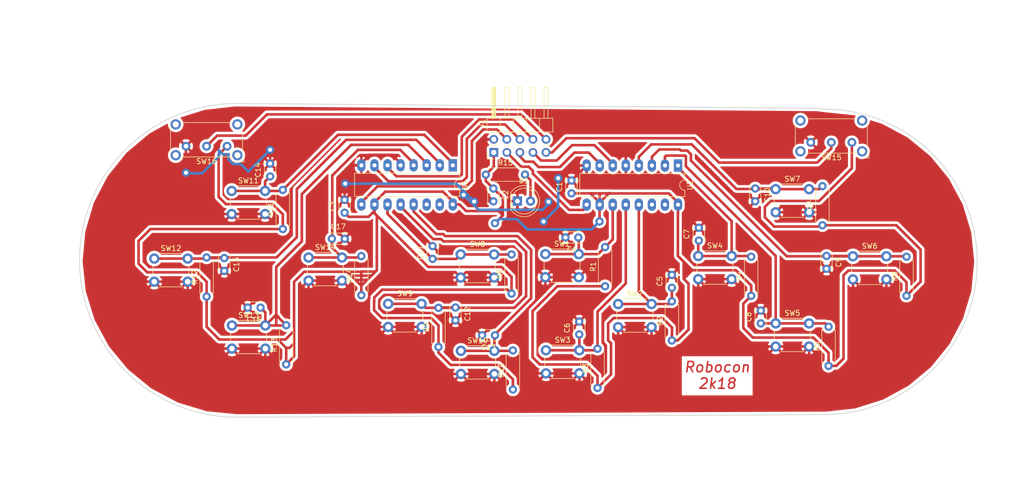
<source format=kicad_pcb>
(kicad_pcb (version 4) (host pcbnew 4.0.7)
  (layers (0 F.Cu signal) (31 B.Cu signal) (34 B.Paste user) (35 F.Paste user) (36 B.SilkS user) (37 F.SilkS user) (38 B.Mask user) (39 F.Mask user) (44 Edge.Cuts user))
  (net 0 "")
  (net 1 "Net-(U1-Pad14)")
  (net 2 "Net-(U1-Pad15)")
  (net 3 GND)
  (net 4 VCC)
  (net 5 "Net-(D1-Pad2)")
  (net 6 /s0a)
  (net 7 /s1a)
  (net 8 /s2a)
  (net 9 /1b)
  (net 10 /2b)
  (net 11 /3b)
  (net 12 /4b)
  (net 13 /5b)
  (net 14 /6b)
  (net 15 /7b)
  (net 16 /1a)
  (net 17 /2a)
  (net 18 /3a)
  (net 19 /4a)
  (net 20 /5a)
  (net 21 /6a)
  (net 22 /7a)
  (net 23 "Net-(U2-Pad14)")
  (net 24 "Net-(U2-Pad15)")
  (net 25 /3)
  (net 26 /4)
  (net 27 /s0b)
  (net 28 /s1b)
  (net 29 /s2b)
  (module Housings_DIP:DIP-16_W7.62mm_LongPads (layer F.Cu) (at 128.2192 101.2444 270)
    (fp_text reference U1 (at 3.81 -2.33 270) (layer F.SilkS))
    (fp_text value "74LS148(A)")
    (pad 1 thru_hole rect (at 0 0 270) (size 2.4 1.6) (drill 0.8) (layers *.Cu *.Mask) (net 19 /4a))
    (pad 9 thru_hole oval (at 7.62 17.78 270) (size 2.4 1.6) (drill 0.8) (layers *.Cu *.Mask) (net 6 /s0a))
    (pad 2 thru_hole oval (at 0 2.54 270) (size 2.4 1.6) (drill 0.8) (layers *.Cu *.Mask) (net 20 /5a))
    (pad 10 thru_hole oval (at 7.62 15.24 270) (size 2.4 1.6) (drill 0.8) (layers *.Cu *.Mask) (net 4 VCC))
    (pad 3 thru_hole oval (at 0 5.08 270) (size 2.4 1.6) (drill 0.8) (layers *.Cu *.Mask) (net 21 /6a))
    (pad 11 thru_hole oval (at 7.62 12.7 270) (size 2.4 1.6) (drill 0.8) (layers *.Cu *.Mask) (net 16 /1a))
    (pad 4 thru_hole oval (at 0 7.62 270) (size 2.4 1.6) (drill 0.8) (layers *.Cu *.Mask) (net 22 /7a))
    (pad 12 thru_hole oval (at 7.62 10.16 270) (size 2.4 1.6) (drill 0.8) (layers *.Cu *.Mask) (net 17 /2a))
    (pad 5 thru_hole oval (at 0 10.16 270) (size 2.4 1.6) (drill 0.8) (layers *.Cu *.Mask) (net 3 GND))
    (pad 13 thru_hole oval (at 7.62 7.62 270) (size 2.4 1.6) (drill 0.8) (layers *.Cu *.Mask) (net 18 /3a))
    (pad 6 thru_hole oval (at 0 12.7 270) (size 2.4 1.6) (drill 0.8) (layers *.Cu *.Mask) (net 8 /s2a))
    (pad 14 thru_hole oval (at 7.62 5.08 270) (size 2.4 1.6) (drill 0.8) (layers *.Cu *.Mask) (net 1 "Net-(U1-Pad14)"))
    (pad 7 thru_hole oval (at 0 15.24 270) (size 2.4 1.6) (drill 0.8) (layers *.Cu *.Mask) (net 7 /s1a))
    (pad 15 thru_hole oval (at 7.62 2.54 270) (size 2.4 1.6) (drill 0.8) (layers *.Cu *.Mask) (net 2 "Net-(U1-Pad15)"))
    (pad 8 thru_hole oval (at 0 17.78 270) (size 2.4 1.6) (drill 0.8) (layers *.Cu *.Mask) (net 3 GND))
    (pad 16 thru_hole oval (at 7.62 0 270) (size 2.4 1.6) (drill 0.8) (layers *.Cu *.Mask) (net 4 VCC))
  )
  (module Capacitors_THT:C_Disc_D3.4mm_W2.1mm_P2.50mm (layer F.Cu) (at 136.1186 105.7656 270)
    (fp_text reference C2 (at 1.25 -2.36 270) (layer F.SilkS))
    (fp_text value C_Small)
    (pad 1 thru_hole circle (at 0 0 270) (size 1.6 1.6) (drill 0.8) (layers *.Cu *.Mask) (net 4 VCC))
    (pad 2 thru_hole circle (at 2.5 0 270) (size 1.6 1.6) (drill 0.8) (layers *.Cu *.Mask) (net 3 GND))
  )
  (module LEDs:LED_D5.0mm_FlatTop (layer F.Cu) (at 140.7922 108.2167)
    (fp_text reference D1 (at 1.27 -4.01) (layer F.SilkS))
    (fp_text value LED)
    (pad 1 thru_hole rect (at 0 0) (size 1.8 1.8) (drill 0.9) (layers *.Cu *.Mask) (net 3 GND))
    (pad 2 thru_hole circle (at 2.54 0) (size 1.8 1.8) (drill 0.9) (layers *.Cu *.Mask) (net 5 "Net-(D1-Pad2)"))
  )
  (module Pin_Headers:Pin_Header_Angled_2x05_Pitch2.54mm (layer F.Cu) (at 136.1948 98.7298 90)
    (fp_text reference J1 (at 5.655 -2.27 90) (layer F.SilkS))
    (fp_text value Conn_02x05_Odd_Even)
    (pad 1 thru_hole rect (at 0 0 90) (size 1.7 1.7) (drill 1) (layers *.Cu *.Mask) (net 4 VCC))
    (pad 2 thru_hole oval (at 2.54 0 90) (size 1.7 1.7) (drill 1) (layers *.Cu *.Mask) (net 3 GND))
    (pad 3 thru_hole oval (at 0 2.54 90) (size 1.7 1.7) (drill 1) (layers *.Cu *.Mask) (net 27 /s0b))
    (pad 4 thru_hole oval (at 2.54 2.54 90) (size 1.7 1.7) (drill 1) (layers *.Cu *.Mask) (net 6 /s0a))
    (pad 5 thru_hole oval (at 0 5.08 90) (size 1.7 1.7) (drill 1) (layers *.Cu *.Mask) (net 28 /s1b))
    (pad 6 thru_hole oval (at 2.54 5.08 90) (size 1.7 1.7) (drill 1) (layers *.Cu *.Mask) (net 7 /s1a))
    (pad 7 thru_hole oval (at 0 7.62 90) (size 1.7 1.7) (drill 1) (layers *.Cu *.Mask) (net 29 /s2b))
    (pad 8 thru_hole oval (at 2.54 7.62 90) (size 1.7 1.7) (drill 1) (layers *.Cu *.Mask) (net 8 /s2a))
    (pad 9 thru_hole oval (at 0 10.16 90) (size 1.7 1.7) (drill 1) (layers *.Cu *.Mask) (net 26 /4))
    (pad 10 thru_hole oval (at 2.54 10.16 90) (size 1.7 1.7) (drill 1) (layers *.Cu *.Mask) (net 25 /3))
  )
  (module Resistors_THT:R_Axial_DIN0207_L6.3mm_D2.5mm_P7.62mm_Horizontal (layer F.Cu) (at 157.8483 124.7902 90)
    (fp_text reference R1 (at 3.81 -2.31 90) (layer F.SilkS))
    (fp_text value R)
    (pad 1 thru_hole circle (at 0 0 90) (size 1.6 1.6) (drill 0.8) (layers *.Cu *.Mask) (net 4 VCC))
    (pad 2 thru_hole oval (at 7.62 0 90) (size 1.6 1.6) (drill 0.8) (layers *.Cu *.Mask) (net 9 /1b))
  )
  (module Resistors_THT:R_Axial_DIN0207_L6.3mm_D2.5mm_P7.62mm_Horizontal (layer F.Cu) (at 170.8404 135.3566 90)
    (fp_text reference R2 (at 3.81 -2.31 90) (layer F.SilkS))
    (fp_text value R)
    (pad 1 thru_hole circle (at 0 0 90) (size 1.6 1.6) (drill 0.8) (layers *.Cu *.Mask) (net 4 VCC))
    (pad 2 thru_hole oval (at 7.62 0 90) (size 1.6 1.6) (drill 0.8) (layers *.Cu *.Mask) (net 11 /3b))
  )
  (module Resistors_THT:R_Axial_DIN0207_L6.3mm_D2.5mm_P7.62mm_Horizontal (layer F.Cu) (at 156.3751 144.5895 90)
    (fp_text reference R3 (at 3.81 -2.31 90) (layer F.SilkS))
    (fp_text value R)
    (pad 1 thru_hole circle (at 0 0 90) (size 1.6 1.6) (drill 0.8) (layers *.Cu *.Mask) (net 4 VCC))
    (pad 2 thru_hole oval (at 7.62 0 90) (size 1.6 1.6) (drill 0.8) (layers *.Cu *.Mask) (net 10 /2b))
  )
  (module Resistors_THT:R_Axial_DIN0207_L6.3mm_D2.5mm_P7.62mm_Horizontal (layer F.Cu) (at 186.2709 126.6571 90)
    (fp_text reference R4 (at 3.81 -2.31 90) (layer F.SilkS))
    (fp_text value R)
    (pad 1 thru_hole circle (at 0 0 90) (size 1.6 1.6) (drill 0.8) (layers *.Cu *.Mask) (net 4 VCC))
    (pad 2 thru_hole oval (at 7.62 0 90) (size 1.6 1.6) (drill 0.8) (layers *.Cu *.Mask) (net 12 /4b))
  )
  (module Resistors_THT:R_Axial_DIN0207_L6.3mm_D2.5mm_P7.62mm_Horizontal (layer F.Cu) (at 201.3204 140.2969 90)
    (fp_text reference R5 (at 3.81 -2.31 90) (layer F.SilkS))
    (fp_text value R)
    (pad 1 thru_hole circle (at 0 0 90) (size 1.6 1.6) (drill 0.8) (layers *.Cu *.Mask) (net 4 VCC))
    (pad 2 thru_hole oval (at 7.62 0 90) (size 1.6 1.6) (drill 0.8) (layers *.Cu *.Mask) (net 13 /5b))
  )
  (module Resistors_THT:R_Axial_DIN0207_L6.3mm_D2.5mm_P7.62mm_Horizontal (layer F.Cu) (at 216.4842 126.6571 90)
    (fp_text reference R6 (at 3.81 -2.31 90) (layer F.SilkS))
    (fp_text value R)
    (pad 1 thru_hole circle (at 0 0 90) (size 1.6 1.6) (drill 0.8) (layers *.Cu *.Mask) (net 4 VCC))
    (pad 2 thru_hole oval (at 7.62 0 90) (size 1.6 1.6) (drill 0.8) (layers *.Cu *.Mask) (net 14 /6b))
  )
  (module Resistors_THT:R_Axial_DIN0207_L6.3mm_D2.5mm_P7.62mm_Horizontal (layer F.Cu) (at 200.1266 112.9157 90)
    (fp_text reference R7 (at 3.81 -2.31 90) (layer F.SilkS))
    (fp_text value R)
    (pad 1 thru_hole circle (at 0 0 90) (size 1.6 1.6) (drill 0.8) (layers *.Cu *.Mask) (net 4 VCC))
    (pad 2 thru_hole oval (at 7.62 0 90) (size 1.6 1.6) (drill 0.8) (layers *.Cu *.Mask) (net 15 /7b))
  )
  (module Resistors_THT:R_Axial_DIN0207_L6.3mm_D2.5mm_P7.62mm_Horizontal (layer F.Cu) (at 139.6492 126.2253 90)
    (fp_text reference R8 (at 3.81 -2.31 90) (layer F.SilkS))
    (fp_text value R)
    (pad 1 thru_hole circle (at 0 0 90) (size 1.6 1.6) (drill 0.8) (layers *.Cu *.Mask) (net 4 VCC))
    (pad 2 thru_hole oval (at 7.62 0 90) (size 1.6 1.6) (drill 0.8) (layers *.Cu *.Mask) (net 16 /1a))
  )
  (module Resistors_THT:R_Axial_DIN0207_L6.3mm_D2.5mm_P7.62mm_Horizontal (layer F.Cu) (at 125.4379 136.6139 90)
    (fp_text reference R9 (at 3.81 -2.31 90) (layer F.SilkS))
    (fp_text value R)
    (pad 1 thru_hole circle (at 0 0 90) (size 1.6 1.6) (drill 0.8) (layers *.Cu *.Mask) (net 4 VCC))
    (pad 2 thru_hole oval (at 7.62 0 90) (size 1.6 1.6) (drill 0.8) (layers *.Cu *.Mask) (net 17 /2a))
  )
  (module Resistors_THT:R_Axial_DIN0207_L6.3mm_D2.5mm_P7.62mm_Horizontal (layer F.Cu) (at 139.9159 144.907 90)
    (fp_text reference R10 (at 3.81 -2.31 90) (layer F.SilkS))
    (fp_text value R)
    (pad 1 thru_hole circle (at 0 0 90) (size 1.6 1.6) (drill 0.8) (layers *.Cu *.Mask) (net 4 VCC))
    (pad 2 thru_hole oval (at 7.62 0 90) (size 1.6 1.6) (drill 0.8) (layers *.Cu *.Mask) (net 18 /3a))
  )
  (module Resistors_THT:R_Axial_DIN0207_L6.3mm_D2.5mm_P7.62mm_Horizontal (layer F.Cu) (at 95.1484 113.6523 90)
    (fp_text reference R11 (at 3.81 -2.31 90) (layer F.SilkS))
    (fp_text value R)
    (pad 1 thru_hole circle (at 0 0 90) (size 1.6 1.6) (drill 0.8) (layers *.Cu *.Mask) (net 4 VCC))
    (pad 2 thru_hole oval (at 7.62 0 90) (size 1.6 1.6) (drill 0.8) (layers *.Cu *.Mask) (net 19 /4a))
  )
  (module Resistors_THT:R_Axial_DIN0207_L6.3mm_D2.5mm_P7.62mm_Horizontal (layer F.Cu) (at 80.3275 126.8095 90)
    (fp_text reference R12 (at 3.81 -2.31 90) (layer F.SilkS))
    (fp_text value R)
    (pad 1 thru_hole circle (at 0 0 90) (size 1.6 1.6) (drill 0.8) (layers *.Cu *.Mask) (net 4 VCC))
    (pad 2 thru_hole oval (at 7.62 0 90) (size 1.6 1.6) (drill 0.8) (layers *.Cu *.Mask) (net 20 /5a))
  )
  (module Resistors_THT:R_Axial_DIN0207_L6.3mm_D2.5mm_P7.62mm_Horizontal (layer F.Cu) (at 95.8088 140.0048 90)
    (fp_text reference R13 (at 3.81 -2.31 90) (layer F.SilkS))
    (fp_text value R)
    (pad 1 thru_hole circle (at 0 0 90) (size 1.6 1.6) (drill 0.8) (layers *.Cu *.Mask) (net 4 VCC))
    (pad 2 thru_hole oval (at 7.62 0 90) (size 1.6 1.6) (drill 0.8) (layers *.Cu *.Mask) (net 21 /6a))
  )
  (module Resistors_THT:R_Axial_DIN0207_L6.3mm_D2.5mm_P7.62mm_Horizontal (layer F.Cu) (at 110.4265 126.5428 90)
    (fp_text reference R14 (at 3.81 -2.31 90) (layer F.SilkS))
    (fp_text value R)
    (pad 1 thru_hole circle (at 0 0 90) (size 1.6 1.6) (drill 0.8) (layers *.Cu *.Mask) (net 4 VCC))
    (pad 2 thru_hole oval (at 7.62 0 90) (size 1.6 1.6) (drill 0.8) (layers *.Cu *.Mask) (net 22 /7a))
  )
  (module Resistors_THT:R_Axial_DIN0207_L6.3mm_D2.5mm_P7.62mm_Horizontal (layer F.Cu) (at 134.6454 103.0478)
    (fp_text reference R15 (at 3.81 -2.31) (layer F.SilkS))
    (fp_text value R)
    (pad 1 thru_hole circle (at 0 0) (size 1.6 1.6) (drill 0.8) (layers *.Cu *.Mask) (net 4 VCC))
    (pad 2 thru_hole oval (at 7.62 0) (size 1.6 1.6) (drill 0.8) (layers *.Cu *.Mask) (net 5 "Net-(D1-Pad2)"))
  )
  (module Buttons_Switches_THT:SW_PUSH_6mm_h5mm (layer F.Cu) (at 146.2302 118.5376)
    (fp_text reference SW1 (at 3.25 -2) (layer F.SilkS))
    (fp_text value SW_Push_Dual)
    (pad 2 thru_hole circle (at 0 4.5 90) (size 2 2) (drill 1.1) (layers *.Cu *.Mask) (net 3 GND))
    (pad 1 thru_hole circle (at 0 0 90) (size 2 2) (drill 1.1) (layers *.Cu *.Mask) (net 9 /1b))
    (pad 2 thru_hole circle (at 6.5 4.5 90) (size 2 2) (drill 1.1) (layers *.Cu *.Mask) (net 3 GND))
    (pad 1 thru_hole circle (at 6.5 0 90) (size 2 2) (drill 1.1) (layers *.Cu *.Mask) (net 9 /1b))
  )
  (module Buttons_Switches_THT:SW_PUSH_6mm_h5mm (layer F.Cu) (at 160.3883 128.2531)
    (fp_text reference SW2 (at 3.25 -2) (layer F.SilkS))
    (fp_text value SW_Push_Dual)
    (pad 2 thru_hole circle (at 0 4.5 90) (size 2 2) (drill 1.1) (layers *.Cu *.Mask) (net 3 GND))
    (pad 1 thru_hole circle (at 0 0 90) (size 2 2) (drill 1.1) (layers *.Cu *.Mask) (net 11 /3b))
    (pad 2 thru_hole circle (at 6.5 4.5 90) (size 2 2) (drill 1.1) (layers *.Cu *.Mask) (net 3 GND))
    (pad 1 thru_hole circle (at 6.5 0 90) (size 2 2) (drill 1.1) (layers *.Cu *.Mask) (net 11 /3b))
  )
  (module Buttons_Switches_THT:SW_PUSH_6mm_h5mm (layer F.Cu) (at 146.3421 137.2574)
    (fp_text reference SW3 (at 3.25 -2) (layer F.SilkS))
    (fp_text value SW_Push_Dual)
    (pad 2 thru_hole circle (at 0 4.5 90) (size 2 2) (drill 1.1) (layers *.Cu *.Mask) (net 3 GND))
    (pad 1 thru_hole circle (at 0 0 90) (size 2 2) (drill 1.1) (layers *.Cu *.Mask) (net 10 /2b))
    (pad 2 thru_hole circle (at 6.5 4.5 90) (size 2 2) (drill 1.1) (layers *.Cu *.Mask) (net 3 GND))
    (pad 1 thru_hole circle (at 6.5 0 90) (size 2 2) (drill 1.1) (layers *.Cu *.Mask) (net 10 /2b))
  )
  (module Buttons_Switches_THT:SW_PUSH_6mm_h5mm (layer F.Cu) (at 175.9712 118.9059)
    (fp_text reference SW4 (at 3.25 -2) (layer F.SilkS))
    (fp_text value SW_Push_Dual)
    (pad 2 thru_hole circle (at 0 4.5 90) (size 2 2) (drill 1.1) (layers *.Cu *.Mask) (net 3 GND))
    (pad 1 thru_hole circle (at 0 0 90) (size 2 2) (drill 1.1) (layers *.Cu *.Mask) (net 12 /4b))
    (pad 2 thru_hole circle (at 6.5 4.5 90) (size 2 2) (drill 1.1) (layers *.Cu *.Mask) (net 3 GND))
    (pad 1 thru_hole circle (at 6.5 0 90) (size 2 2) (drill 1.1) (layers *.Cu *.Mask) (net 12 /4b))
  )
  (module Buttons_Switches_THT:SW_PUSH_6mm_h5mm (layer F.Cu) (at 191.0358 132.0292)
    (fp_text reference SW5 (at 3.25 -2) (layer F.SilkS))
    (fp_text value SW_Push_Dual)
    (pad 2 thru_hole circle (at 0 4.5 90) (size 2 2) (drill 1.1) (layers *.Cu *.Mask) (net 3 GND))
    (pad 1 thru_hole circle (at 0 0 90) (size 2 2) (drill 1.1) (layers *.Cu *.Mask) (net 13 /5b))
    (pad 2 thru_hole circle (at 6.5 4.5 90) (size 2 2) (drill 1.1) (layers *.Cu *.Mask) (net 3 GND))
    (pad 1 thru_hole circle (at 6.5 0 90) (size 2 2) (drill 1.1) (layers *.Cu *.Mask) (net 13 /5b))
  )
  (module Buttons_Switches_THT:SW_PUSH_6mm_h5mm (layer F.Cu) (at 206.0702 118.9609)
    (fp_text reference SW6 (at 3.25 -2) (layer F.SilkS))
    (fp_text value SW_Push_Dual)
    (pad 2 thru_hole circle (at 0 4.5 90) (size 2 2) (drill 1.1) (layers *.Cu *.Mask) (net 3 GND))
    (pad 1 thru_hole circle (at 0 0 90) (size 2 2) (drill 1.1) (layers *.Cu *.Mask) (net 14 /6b))
    (pad 2 thru_hole circle (at 6.5 4.5 90) (size 2 2) (drill 1.1) (layers *.Cu *.Mask) (net 3 GND))
    (pad 1 thru_hole circle (at 6.5 0 90) (size 2 2) (drill 1.1) (layers *.Cu *.Mask) (net 14 /6b))
  )
  (module Buttons_Switches_THT:SW_PUSH_6mm_h5mm (layer F.Cu) (at 191.0334 105.8884)
    (fp_text reference SW7 (at 3.25 -2) (layer F.SilkS))
    (fp_text value SW_Push_Dual)
    (pad 2 thru_hole circle (at 0 4.5 90) (size 2 2) (drill 1.1) (layers *.Cu *.Mask) (net 3 GND))
    (pad 1 thru_hole circle (at 0 0 90) (size 2 2) (drill 1.1) (layers *.Cu *.Mask) (net 15 /7b))
    (pad 2 thru_hole circle (at 6.5 4.5 90) (size 2 2) (drill 1.1) (layers *.Cu *.Mask) (net 3 GND))
    (pad 1 thru_hole circle (at 6.5 0 90) (size 2 2) (drill 1.1) (layers *.Cu *.Mask) (net 15 /7b))
  )
  (module Buttons_Switches_THT:SW_PUSH_6mm_h5mm (layer F.Cu) (at 129.7583 118.6011)
    (fp_text reference SW8 (at 3.25 -2) (layer F.SilkS))
    (fp_text value SW_Push_Dual)
    (pad 2 thru_hole circle (at 0 4.5 90) (size 2 2) (drill 1.1) (layers *.Cu *.Mask) (net 3 GND))
    (pad 1 thru_hole circle (at 0 0 90) (size 2 2) (drill 1.1) (layers *.Cu *.Mask) (net 16 /1a))
    (pad 2 thru_hole circle (at 6.5 4.5 90) (size 2 2) (drill 1.1) (layers *.Cu *.Mask) (net 3 GND))
    (pad 1 thru_hole circle (at 6.5 0 90) (size 2 2) (drill 1.1) (layers *.Cu *.Mask) (net 16 /1a))
  )
  (module Buttons_Switches_THT:SW_PUSH_6mm_h5mm (layer F.Cu) (at 115.6486 128.215)
    (fp_text reference SW9 (at 3.25 -2) (layer F.SilkS))
    (fp_text value SW_Push_Dual)
    (pad 2 thru_hole circle (at 0 4.5 90) (size 2 2) (drill 1.1) (layers *.Cu *.Mask) (net 3 GND))
    (pad 1 thru_hole circle (at 0 0 90) (size 2 2) (drill 1.1) (layers *.Cu *.Mask) (net 17 /2a))
    (pad 2 thru_hole circle (at 6.5 4.5 90) (size 2 2) (drill 1.1) (layers *.Cu *.Mask) (net 3 GND))
    (pad 1 thru_hole circle (at 6.5 0 90) (size 2 2) (drill 1.1) (layers *.Cu *.Mask) (net 17 /2a))
  )
  (module Buttons_Switches_THT:SW_PUSH_6mm_h5mm (layer F.Cu) (at 129.8091 137.3717)
    (fp_text reference SW10 (at 3.25 -2) (layer F.SilkS))
    (fp_text value SW_Push_Dual)
    (pad 2 thru_hole circle (at 0 4.5 90) (size 2 2) (drill 1.1) (layers *.Cu *.Mask) (net 3 GND))
    (pad 1 thru_hole circle (at 0 0 90) (size 2 2) (drill 1.1) (layers *.Cu *.Mask) (net 18 /3a))
    (pad 2 thru_hole circle (at 6.5 4.5 90) (size 2 2) (drill 1.1) (layers *.Cu *.Mask) (net 3 GND))
    (pad 1 thru_hole circle (at 6.5 0 90) (size 2 2) (drill 1.1) (layers *.Cu *.Mask) (net 18 /3a))
  )
  (module Buttons_Switches_THT:SW_PUSH_6mm_h5mm (layer F.Cu) (at 85.2067 106.2313)
    (fp_text reference SW11 (at 3.25 -2) (layer F.SilkS))
    (fp_text value SW_Push_Dual)
    (pad 2 thru_hole circle (at 0 4.5 90) (size 2 2) (drill 1.1) (layers *.Cu *.Mask) (net 3 GND))
    (pad 1 thru_hole circle (at 0 0 90) (size 2 2) (drill 1.1) (layers *.Cu *.Mask) (net 19 /4a))
    (pad 2 thru_hole circle (at 6.5 4.5 90) (size 2 2) (drill 1.1) (layers *.Cu *.Mask) (net 3 GND))
    (pad 1 thru_hole circle (at 6.5 0 90) (size 2 2) (drill 1.1) (layers *.Cu *.Mask) (net 19 /4a))
  )
  (module Buttons_Switches_THT:SW_PUSH_6mm_h5mm (layer F.Cu) (at 70.1445 119.4054)
    (fp_text reference SW12 (at 3.25 -2) (layer F.SilkS))
    (fp_text value SW_Push_Dual)
    (pad 2 thru_hole circle (at 0 4.5 90) (size 2 2) (drill 1.1) (layers *.Cu *.Mask) (net 3 GND))
    (pad 1 thru_hole circle (at 0 0 90) (size 2 2) (drill 1.1) (layers *.Cu *.Mask) (net 20 /5a))
    (pad 2 thru_hole circle (at 6.5 4.5 90) (size 2 2) (drill 1.1) (layers *.Cu *.Mask) (net 3 GND))
    (pad 1 thru_hole circle (at 6.5 0 90) (size 2 2) (drill 1.1) (layers *.Cu *.Mask) (net 20 /5a))
  )
  (module Buttons_Switches_THT:SW_PUSH_6mm_h5mm (layer F.Cu) (at 85.2551 132.4356)
    (fp_text reference SW13 (at 3.25 -2) (layer F.SilkS))
    (fp_text value SW_Push_Dual)
    (pad 2 thru_hole circle (at 0 4.5 90) (size 2 2) (drill 1.1) (layers *.Cu *.Mask) (net 3 GND))
    (pad 1 thru_hole circle (at 0 0 90) (size 2 2) (drill 1.1) (layers *.Cu *.Mask) (net 21 /6a))
    (pad 2 thru_hole circle (at 6.5 4.5 90) (size 2 2) (drill 1.1) (layers *.Cu *.Mask) (net 3 GND))
    (pad 1 thru_hole circle (at 6.5 0 90) (size 2 2) (drill 1.1) (layers *.Cu *.Mask) (net 21 /6a))
  )
  (module Buttons_Switches_THT:SW_PUSH_6mm_h5mm (layer F.Cu) (at 100.1673 119.198)
    (fp_text reference SW14 (at 3.25 -2) (layer F.SilkS))
    (fp_text value SW_Push_Dual)
    (pad 2 thru_hole circle (at 0 4.5 90) (size 2 2) (drill 1.1) (layers *.Cu *.Mask) (net 3 GND))
    (pad 1 thru_hole circle (at 0 0 90) (size 2 2) (drill 1.1) (layers *.Cu *.Mask) (net 22 /7a))
    (pad 2 thru_hole circle (at 6.5 4.5 90) (size 2 2) (drill 1.1) (layers *.Cu *.Mask) (net 3 GND))
    (pad 1 thru_hole circle (at 6.5 0 90) (size 2 2) (drill 1.1) (layers *.Cu *.Mask) (net 22 /7a))
  )
  (module Housings_DIP:DIP-16_W7.62mm_LongPads (layer F.Cu) (at 172.0342 101.2825 270)
    (fp_text reference U2 (at 3.81 -2.33 270) (layer F.SilkS))
    (fp_text value "74LS148(B)")
    (pad 1 thru_hole rect (at 0 0 270) (size 2.4 1.6) (drill 0.8) (layers *.Cu *.Mask) (net 12 /4b))
    (pad 9 thru_hole oval (at 7.62 17.78 270) (size 2.4 1.6) (drill 0.8) (layers *.Cu *.Mask) (net 27 /s0b))
    (pad 2 thru_hole oval (at 0 2.54 270) (size 2.4 1.6) (drill 0.8) (layers *.Cu *.Mask) (net 13 /5b))
    (pad 10 thru_hole oval (at 7.62 15.24 270) (size 2.4 1.6) (drill 0.8) (layers *.Cu *.Mask) (net 4 VCC))
    (pad 3 thru_hole oval (at 0 5.08 270) (size 2.4 1.6) (drill 0.8) (layers *.Cu *.Mask) (net 14 /6b))
    (pad 11 thru_hole oval (at 7.62 12.7 270) (size 2.4 1.6) (drill 0.8) (layers *.Cu *.Mask) (net 9 /1b))
    (pad 4 thru_hole oval (at 0 7.62 270) (size 2.4 1.6) (drill 0.8) (layers *.Cu *.Mask) (net 15 /7b))
    (pad 12 thru_hole oval (at 7.62 10.16 270) (size 2.4 1.6) (drill 0.8) (layers *.Cu *.Mask) (net 10 /2b))
    (pad 5 thru_hole oval (at 0 10.16 270) (size 2.4 1.6) (drill 0.8) (layers *.Cu *.Mask) (net 3 GND))
    (pad 13 thru_hole oval (at 7.62 7.62 270) (size 2.4 1.6) (drill 0.8) (layers *.Cu *.Mask) (net 11 /3b))
    (pad 6 thru_hole oval (at 0 12.7 270) (size 2.4 1.6) (drill 0.8) (layers *.Cu *.Mask) (net 29 /s2b))
    (pad 14 thru_hole oval (at 7.62 5.08 270) (size 2.4 1.6) (drill 0.8) (layers *.Cu *.Mask) (net 23 "Net-(U2-Pad14)"))
    (pad 7 thru_hole oval (at 0 15.24 270) (size 2.4 1.6) (drill 0.8) (layers *.Cu *.Mask) (net 28 /s1b))
    (pad 15 thru_hole oval (at 7.62 2.54 270) (size 2.4 1.6) (drill 0.8) (layers *.Cu *.Mask) (net 24 "Net-(U2-Pad15)"))
    (pad 8 thru_hole oval (at 0 17.78 270) (size 2.4 1.6) (drill 0.8) (layers *.Cu *.Mask) (net 3 GND))
    (pad 16 thru_hole oval (at 7.62 0 270) (size 2.4 1.6) (drill 0.8) (layers *.Cu *.Mask) (net 4 VCC))
  )
  (module Buttons_Switches_THT:SW_E-Switch_EG1224_SPDT_Angled (layer F.Cu) (at 205.8543 96.774 180)
    (fp_text reference SW15 (at 4 -2.95 180) (layer F.SilkS))
    (fp_text value SW_SPDT)
    (pad "" thru_hole circle (at -2 -1.75 180) (size 2 2) (drill 1.2) (layers *.Cu *.Mask))
    (pad "" thru_hole circle (at 10 -1.75 180) (size 2 2) (drill 1.2) (layers *.Cu *.Mask))
    (pad "" thru_hole circle (at 10 4.25 180) (size 2 2) (drill 1.2) (layers *.Cu *.Mask))
    (pad "" thru_hole circle (at -2 4.25 180) (size 2 2) (drill 1.2) (layers *.Cu *.Mask))
    (pad 1 thru_hole circle (at 0 0 180) (size 1.7 1.7) (drill 0.9) (layers *.Cu *.Mask) (net 4 VCC))
    (pad 2 thru_hole circle (at 4 0 180) (size 1.7 1.7) (drill 0.9) (layers *.Cu *.Mask) (net 26 /4))
    (pad 3 thru_hole circle (at 8 0 180) (size 1.7 1.7) (drill 0.9) (layers *.Cu *.Mask) (net 3 GND))
  )
  (module Buttons_Switches_THT:SW_E-Switch_EG1224_SPDT_Angled (layer F.Cu) (at 84.3143 97.5233 180)
    (fp_text reference SW16 (at 4 -2.95 180) (layer F.SilkS))
    (fp_text value SW_SPDT)
    (pad "" thru_hole circle (at -2 -1.75 180) (size 2 2) (drill 1.2) (layers *.Cu *.Mask))
    (pad "" thru_hole circle (at 10 -1.75 180) (size 2 2) (drill 1.2) (layers *.Cu *.Mask))
    (pad "" thru_hole circle (at 10 4.25 180) (size 2 2) (drill 1.2) (layers *.Cu *.Mask))
    (pad "" thru_hole circle (at -2 4.25 180) (size 2 2) (drill 1.2) (layers *.Cu *.Mask))
    (pad 1 thru_hole circle (at 0 0 180) (size 1.7 1.7) (drill 0.9) (layers *.Cu *.Mask) (net 4 VCC))
    (pad 2 thru_hole circle (at 4 0 180) (size 1.7 1.7) (drill 0.9) (layers *.Cu *.Mask) (net 25 /3))
    (pad 3 thru_hole circle (at 8 0 180) (size 1.7 1.7) (drill 0.9) (layers *.Cu *.Mask) (net 3 GND))
  )
  (module Capacitors_THT:C_Disc_D3.4mm_W2.1mm_P2.50mm (layer F.Cu) (at 151.31034 106.70096 90)
    (fp_text reference C1 (at 1.25 -2.36 90) (layer F.SilkS))
    (fp_text value C_Small)
    (pad 1 thru_hole circle (at 0 0 90) (size 1.6 1.6) (drill 0.8) (layers *.Cu *.Mask) (net 4 VCC))
    (pad 2 thru_hole circle (at 2.5 0 90) (size 1.6 1.6) (drill 0.8) (layers *.Cu *.Mask) (net 3 GND))
  )
  (module Capacitors_THT:C_Disc_D3.4mm_W2.1mm_P2.50mm (layer F.Cu) (at 107.17022 110.47032 90)
    (fp_text reference C3 (at 1.25 -2.36 90) (layer F.SilkS))
    (fp_text value C_Small)
    (pad 1 thru_hole circle (at 0 0 90) (size 1.6 1.6) (drill 0.8) (layers *.Cu *.Mask) (net 4 VCC))
    (pad 2 thru_hole circle (at 2.5 0 90) (size 1.6 1.6) (drill 0.8) (layers *.Cu *.Mask) (net 3 GND))
  )
  (module Capacitors_THT:C_Disc_D3.4mm_W2.1mm_P2.50mm (layer F.Cu) (at 152.6394 115.2906 180)
    (fp_text reference C4 (at 1.25 -2.36 180) (layer F.SilkS))
    (fp_text value C_Small)
    (pad 1 thru_hole circle (at 0 0 180) (size 1.6 1.6) (drill 0.8) (layers *.Cu *.Mask) (net 9 /1b))
    (pad 2 thru_hole circle (at 2.5 0 180) (size 1.6 1.6) (drill 0.8) (layers *.Cu *.Mask) (net 3 GND))
  )
  (module Capacitors_THT:C_Disc_D3.4mm_W2.1mm_P2.50mm (layer F.Cu) (at 170.8404 125.0804 90)
    (fp_text reference C5 (at 1.25 -2.36 90) (layer F.SilkS))
    (fp_text value C_Small)
    (pad 1 thru_hole circle (at 0 0 90) (size 1.6 1.6) (drill 0.8) (layers *.Cu *.Mask) (net 11 /3b))
    (pad 2 thru_hole circle (at 2.5 0 90) (size 1.6 1.6) (drill 0.8) (layers *.Cu *.Mask) (net 3 GND))
  )
  (module Capacitors_THT:C_Disc_D3.4mm_W2.1mm_P2.50mm (layer F.Cu) (at 152.8191 134.1736 90)
    (fp_text reference C6 (at 1.25 -2.36 90) (layer F.SilkS))
    (fp_text value C_Small)
    (pad 1 thru_hole circle (at 0 0 90) (size 1.6 1.6) (drill 0.8) (layers *.Cu *.Mask) (net 10 /2b))
    (pad 2 thru_hole circle (at 2.5 0 90) (size 1.6 1.6) (drill 0.8) (layers *.Cu *.Mask) (net 3 GND))
  )
  (module Capacitors_THT:C_Disc_D3.4mm_W2.1mm_P2.50mm (layer F.Cu) (at 176.0855 115.8983 90)
    (fp_text reference C7 (at 1.25 -2.36 90) (layer F.SilkS))
    (fp_text value C_Small)
    (pad 1 thru_hole circle (at 0 0 90) (size 1.6 1.6) (drill 0.8) (layers *.Cu *.Mask) (net 12 /4b))
    (pad 2 thru_hole circle (at 2.5 0 90) (size 1.6 1.6) (drill 0.8) (layers *.Cu *.Mask) (net 3 GND))
  )
  (module Capacitors_THT:C_Disc_D3.4mm_W2.1mm_P2.50mm (layer F.Cu) (at 188.1378 132.0273 90)
    (fp_text reference C8 (at 1.25 -2.36 90) (layer F.SilkS))
    (fp_text value C_Small)
    (pad 1 thru_hole circle (at 0 0 90) (size 1.6 1.6) (drill 0.8) (layers *.Cu *.Mask) (net 13 /5b))
    (pad 2 thru_hole circle (at 2.5 0 90) (size 1.6 1.6) (drill 0.8) (layers *.Cu *.Mask) (net 3 GND))
  )
  (module Capacitors_THT:C_Disc_D3.4mm_W2.1mm_P2.50mm (layer F.Cu) (at 200.9267 118.8866 270)
    (fp_text reference C9 (at 1.25 -2.36 270) (layer F.SilkS))
    (fp_text value C_Small)
    (pad 1 thru_hole circle (at 0 0 270) (size 1.6 1.6) (drill 0.8) (layers *.Cu *.Mask) (net 14 /6b))
    (pad 2 thru_hole circle (at 2.5 0 270) (size 1.6 1.6) (drill 0.8) (layers *.Cu *.Mask) (net 3 GND))
  )
  (module Capacitors_THT:C_Disc_D3.4mm_W2.1mm_P2.50mm (layer F.Cu) (at 187.0583 105.7548 270)
    (fp_text reference C10 (at 1.25 -2.36 270) (layer F.SilkS))
    (fp_text value C_Small)
    (pad 1 thru_hole circle (at 0 0 270) (size 1.6 1.6) (drill 0.8) (layers *.Cu *.Mask) (net 15 /7b))
    (pad 2 thru_hole circle (at 2.5 0 270) (size 1.6 1.6) (drill 0.8) (layers *.Cu *.Mask) (net 3 GND))
  )
  (module Capacitors_THT:C_Disc_D3.4mm_W2.1mm_P2.50mm (layer F.Cu) (at 124.2822 119.467 90)
    (fp_text reference C11 (at 1.25 -2.36 90) (layer F.SilkS))
    (fp_text value C_Small)
    (pad 1 thru_hole circle (at 0 0 90) (size 1.6 1.6) (drill 0.8) (layers *.Cu *.Mask) (net 16 /1a))
    (pad 2 thru_hole circle (at 2.5 0 90) (size 1.6 1.6) (drill 0.8) (layers *.Cu *.Mask) (net 3 GND))
  )
  (module Capacitors_THT:C_Disc_D3.4mm_W2.1mm_P2.50mm (layer F.Cu) (at 128.7399 128.9323 270)
    (fp_text reference C12 (at 1.25 -2.36 270) (layer F.SilkS))
    (fp_text value C_Small)
    (pad 1 thru_hole circle (at 0 0 270) (size 1.6 1.6) (drill 0.8) (layers *.Cu *.Mask) (net 17 /2a))
    (pad 2 thru_hole circle (at 2.5 0 270) (size 1.6 1.6) (drill 0.8) (layers *.Cu *.Mask) (net 3 GND))
  )
  (module Capacitors_THT:C_Disc_D3.4mm_W2.1mm_P2.50mm (layer F.Cu) (at 136.4215 134.3406 180)
    (fp_text reference C13 (at 1.25 -2.36 180) (layer F.SilkS))
    (fp_text value C_Small)
    (pad 1 thru_hole circle (at 0 0 180) (size 1.6 1.6) (drill 0.8) (layers *.Cu *.Mask) (net 18 /3a))
    (pad 2 thru_hole circle (at 2.5 0 180) (size 1.6 1.6) (drill 0.8) (layers *.Cu *.Mask) (net 3 GND))
  )
  (module Capacitors_THT:C_Disc_D3.4mm_W2.1mm_P2.50mm (layer F.Cu) (at 92.6846 103.4015 90)
    (fp_text reference C14 (at 1.25 -2.36 90) (layer F.SilkS))
    (fp_text value C_Small)
    (pad 1 thru_hole circle (at 0 0 90) (size 1.6 1.6) (drill 0.8) (layers *.Cu *.Mask) (net 19 /4a))
    (pad 2 thru_hole circle (at 2.5 0 90) (size 1.6 1.6) (drill 0.8) (layers *.Cu *.Mask) (net 3 GND))
  )
  (module Capacitors_THT:C_Disc_D3.4mm_W2.1mm_P2.50mm (layer F.Cu) (at 83.7692 119.3038 270)
    (fp_text reference C15 (at 1.25 -2.36 270) (layer F.SilkS))
    (fp_text value C_Small)
    (pad 1 thru_hole circle (at 0 0 270) (size 1.6 1.6) (drill 0.8) (layers *.Cu *.Mask) (net 20 /5a))
    (pad 2 thru_hole circle (at 2.5 0 270) (size 1.6 1.6) (drill 0.8) (layers *.Cu *.Mask) (net 3 GND))
  )
  (module Capacitors_THT:C_Disc_D3.4mm_W2.1mm_P2.50mm (layer F.Cu) (at 90.8158 128.9558 180)
    (fp_text reference C16 (at 1.25 -2.36 180) (layer F.SilkS))
    (fp_text value C_Small)
    (pad 1 thru_hole circle (at 0 0 180) (size 1.6 1.6) (drill 0.8) (layers *.Cu *.Mask) (net 21 /6a))
    (pad 2 thru_hole circle (at 2.5 0 180) (size 1.6 1.6) (drill 0.8) (layers *.Cu *.Mask) (net 3 GND))
  )
  (module Capacitors_THT:C_Disc_D3.4mm_W2.1mm_P2.50mm (layer F.Cu) (at 104.7007 115.5446)
    (fp_text reference C17 (at 1.25 -2.36) (layer F.SilkS))
    (fp_text value C_Small)
    (pad 1 thru_hole circle (at 0 0) (size 1.6 1.6) (drill 0.8) (layers *.Cu *.Mask) (net 22 /7a))
    (pad 2 thru_hole circle (at 2.5 0) (size 1.6 1.6) (drill 0.8) (layers *.Cu *.Mask) (net 3 GND))
  )
  (gr_text "Robocon\n2k18" (at 179.6669 142.1384) (layer F.Cu) (effects (font (size 2 2) (thickness 0.3) italic)))
  (gr_line (start 200.6219 90.3224) (end 199.0471 90.1192) (layer Edge.Cuts) (width 0.15))
  (gr_line (start 86.1568 150.2918) (end 200.9648 149.7838) (layer Edge.Cuts) (width 0.15))
  (gr_line (start 86.1568 89.2048) (end 199.0471 90.1192) (layer Edge.Cuts) (width 0.15))
  (gr_arc (start 86.1568 119.7483) (end 86.1568 150.2918) (angle 180) (layer Edge.Cuts) (width 0.15))
  (gr_arc (start 200.5076 120.0531) (end 200.6219 90.3224) (angle 178.8986999) (layer Edge.Cuts) (width 0.15))
  (segment (start 70.933726 110.7313) (end 72.1487 110.7313) (width 0.5) (layer F.Cu) (net 3))
  (segment (start 66.11164 115.553386) (end 70.933726 110.7313) (width 0.5) (layer F.Cu) (net 3))
  (segment (start 66.11164 121.286753) (end 66.11164 115.553386) (width 0.5) (layer F.Cu) (net 3))
  (segment (start 70.1445 123.9054) (end 68.730287 123.9054) (width 0.5) (layer F.Cu) (net 3))
  (segment (start 68.730287 123.9054) (end 66.11164 121.286753) (width 0.5) (layer F.Cu) (net 3))
  (segment (start 92.6846 98.2218) (end 88.4379 102.4685) (width 0.5) (layer B.Cu) (net 3))
  (segment (start 88.4379 102.4685) (end 86.972701 101.003301) (width 0.5) (layer B.Cu) (net 3))
  (segment (start 86.972701 101.003301) (end 85.483899 101.003301) (width 0.5) (layer B.Cu) (net 3))
  (segment (start 82.734299 98.281701) (end 82.734299 99.521809) (width 0.5) (layer B.Cu) (net 3))
  (segment (start 85.483899 101.003301) (end 84.584299 100.103701) (width 0.5) (layer B.Cu) (net 3))
  (segment (start 79.449608 102.8065) (end 76.4286 102.8065) (width 0.5) (layer B.Cu) (net 3))
  (segment (start 84.584299 100.103701) (end 84.584299 99.103301) (width 0.5) (layer B.Cu) (net 3))
  (segment (start 84.584299 99.103301) (end 83.555899 99.103301) (width 0.5) (layer B.Cu) (net 3))
  (segment (start 83.555899 99.103301) (end 82.734299 98.281701) (width 0.5) (layer B.Cu) (net 3))
  (segment (start 82.734299 99.521809) (end 79.449608 102.8065) (width 0.5) (layer B.Cu) (net 3))
  (segment (start 76.4286 102.8065) (end 76.3143 102.6922) (width 0.5) (layer B.Cu) (net 3))
  (via (at 76.3143 102.6922) (size 1.6) (drill 0.8) (layers F.Cu B.Cu) (net 3))
  (via (at 92.6846 98.2218) (size 1.6) (drill 0.8) (layers F.Cu B.Cu) (net 3))
  (segment (start 92.6846 100.9015) (end 92.6846 98.2218) (width 0.5) (layer F.Cu) (net 3))
  (segment (start 144.927887 141.7574) (end 146.3421 141.7574) (width 0.5) (layer F.Cu) (net 3))
  (segment (start 146.2302 123.0376) (end 146.2302 125.749759) (width 0.5) (layer F.Cu) (net 3))
  (segment (start 142.721493 129.258466) (end 142.721493 139.551006) (width 0.5) (layer F.Cu) (net 3))
  (segment (start 142.721493 139.551006) (end 144.927887 141.7574) (width 0.5) (layer F.Cu) (net 3))
  (segment (start 146.2302 125.749759) (end 142.721493 129.258466) (width 0.5) (layer F.Cu) (net 3))
  (segment (start 111.956501 127.277201) (end 108.6358 130.597902) (width 0.5) (layer F.Cu) (net 3))
  (segment (start 111.956501 126.34313) (end 111.956501 127.277201) (width 0.5) (layer F.Cu) (net 3))
  (segment (start 108.6358 130.597902) (end 108.6358 132.715) (width 0.5) (layer F.Cu) (net 3))
  (segment (start 129.7583 123.1011) (end 115.198531 123.1011) (width 0.5) (layer F.Cu) (net 3))
  (segment (start 115.198531 123.1011) (end 111.956501 126.34313) (width 0.5) (layer F.Cu) (net 3))
  (segment (start 106.4387 132.715) (end 108.6358 132.715) (width 0.5) (layer F.Cu) (net 3))
  (segment (start 108.6358 132.715) (end 110.5789 132.715) (width 0.5) (layer F.Cu) (net 3))
  (segment (start 144.489497 121.296897) (end 145.230201 122.037601) (width 0.5) (layer F.Cu) (net 3))
  (segment (start 143.7005 112.525) (end 144.489497 113.313997) (width 0.5) (layer F.Cu) (net 3))
  (segment (start 144.489497 113.313997) (end 144.489497 121.296897) (width 0.5) (layer F.Cu) (net 3))
  (segment (start 145.230201 122.037601) (end 146.2302 123.0376) (width 0.5) (layer F.Cu) (net 3))
  (segment (start 144.74083 112.193569) (end 145.8722 112.193569) (width 0.5) (layer F.Cu) (net 3))
  (segment (start 143.7005 112.525) (end 144.031931 112.193569) (width 0.5) (layer F.Cu) (net 3))
  (segment (start 146.672199 111.39357) (end 145.8722 112.193569) (width 0.5) (layer F.Cu) (net 3))
  (segment (start 146.672199 111.39357) (end 145.8722 112.193569) (width 0.5) (layer B.Cu) (net 3))
  (segment (start 146.8374 111.228369) (end 146.672199 111.39357) (width 0.5) (layer F.Cu) (net 3))
  (segment (start 148.717124 109.348645) (end 146.672199 111.39357) (width 0.5) (layer B.Cu) (net 3))
  (segment (start 148.717124 103.749136) (end 148.717124 109.348645) (width 0.5) (layer B.Cu) (net 3))
  (via (at 145.8722 112.193569) (size 1.6) (drill 0.8) (layers F.Cu B.Cu) (net 3))
  (segment (start 146.8374 108.3437) (end 146.8374 111.228369) (width 0.5) (layer F.Cu) (net 3))
  (segment (start 144.031931 112.193569) (end 144.74083 112.193569) (width 0.5) (layer F.Cu) (net 3))
  (segment (start 107.17022 107.97032) (end 107.17022 104.91978) (width 0.5) (layer F.Cu) (net 3))
  (segment (start 107.17022 104.91978) (end 107.2769 104.8131) (width 0.5) (layer F.Cu) (net 3))
  (segment (start 151.31034 104.20096) (end 151.33574 104.20096) (width 0.5) (layer F.Cu) (net 3))
  (segment (start 151.33574 104.20096) (end 154.2542 101.2825) (width 0.5) (layer F.Cu) (net 3))
  (segment (start 149.517123 102.949137) (end 148.717124 103.749136) (width 0.5) (layer F.Cu) (net 3))
  (segment (start 151.18376 101.2825) (end 149.517123 102.949137) (width 0.5) (layer F.Cu) (net 3))
  (segment (start 154.2542 101.2825) (end 151.18376 101.2825) (width 0.5) (layer F.Cu) (net 3))
  (via (at 148.717124 103.749136) (size 1.6) (drill 0.8) (layers F.Cu B.Cu) (net 3))
  (segment (start 145.6944 109.9058) (end 146.8374 108.7628) (width 0.5) (layer B.Cu) (net 3))
  (segment (start 146.8374 108.7628) (end 146.8374 108.3437) (width 0.5) (layer B.Cu) (net 3))
  (via (at 146.8374 108.3437) (size 1.6) (drill 0.8) (layers F.Cu B.Cu) (net 3))
  (segment (start 133.2357 109.9058) (end 145.6944 109.9058) (width 0.5) (layer B.Cu) (net 3))
  (segment (start 130.3274 106.9975) (end 133.2357 109.9058) (width 0.5) (layer B.Cu) (net 3))
  (segment (start 130.821872 107.491972) (end 130.3274 106.9975) (width 0.5) (layer F.Cu) (net 3))
  (via (at 130.3274 106.9975) (size 1.6) (drill 0.8) (layers F.Cu B.Cu) (net 3))
  (segment (start 132.37493 108.291971) (end 131.574931 107.491972) (width 0.5) (layer F.Cu) (net 3))
  (segment (start 131.574931 107.491972) (end 130.821872 107.491972) (width 0.5) (layer F.Cu) (net 3))
  (via (at 107.2769 104.8131) (size 1.6) (drill 0.8) (layers F.Cu B.Cu) (net 3))
  (segment (start 107.2769 103.1067) (end 107.2769 103.886) (width 0.5) (layer F.Cu) (net 3))
  (segment (start 107.2769 103.886) (end 107.2769 104.8131) (width 0.5) (layer F.Cu) (net 3))
  (via (at 132.37493 108.291971) (size 1.6) (drill 0.8) (layers F.Cu B.Cu) (net 3))
  (segment (start 128.896059 104.8131) (end 131.774931 107.691972) (width 0.5) (layer B.Cu) (net 3))
  (segment (start 107.2769 104.8131) (end 128.896059 104.8131) (width 0.5) (layer B.Cu) (net 3))
  (segment (start 132.401301 108.2656) (end 132.37493 108.291971) (width 0.5) (layer F.Cu) (net 3))
  (segment (start 131.774931 107.691972) (end 132.37493 108.291971) (width 0.5) (layer B.Cu) (net 3))
  (segment (start 136.1186 108.2656) (end 132.401301 108.2656) (width 0.5) (layer F.Cu) (net 3))
  (segment (start 109.1392 101.2444) (end 107.2769 103.1067) (width 0.5) (layer F.Cu) (net 3))
  (segment (start 110.4392 101.2444) (end 109.1392 101.2444) (width 0.5) (layer F.Cu) (net 3))
  (segment (start 213.9569 110.3884) (end 213.2838 110.3884) (width 0.5) (layer F.Cu) (net 3))
  (segment (start 215.0745 110.3884) (end 213.9569 110.3884) (width 0.5) (layer F.Cu) (net 3))
  (segment (start 215.0745 109.2581) (end 215.0745 110.3884) (width 0.5) (layer F.Cu) (net 3))
  (segment (start 215.0745 108.3056) (end 215.0745 109.2581) (width 0.5) (layer F.Cu) (net 3))
  (segment (start 213.9569 110.3884) (end 213.9569 110.3757) (width 0.5) (layer F.Cu) (net 3))
  (segment (start 213.9569 110.3757) (end 215.0745 109.2581) (width 0.5) (layer F.Cu) (net 3))
  (segment (start 212.6615 110.3884) (end 211.7471 110.3884) (width 0.5) (layer F.Cu) (net 3))
  (segment (start 212.6615 110.3376) (end 215.0745 107.9246) (width 0.5) (layer F.Cu) (net 3))
  (segment (start 213.2838 110.3884) (end 212.6615 110.3884) (width 0.5) (layer F.Cu) (net 3))
  (segment (start 215.0745 107.2388) (end 215.0745 107.9246) (width 0.5) (layer F.Cu) (net 3))
  (segment (start 215.0745 107.9246) (end 215.0745 108.3056) (width 0.5) (layer F.Cu) (net 3))
  (segment (start 212.6615 110.3884) (end 212.6615 110.3376) (width 0.5) (layer F.Cu) (net 3))
  (segment (start 215.0745 108.3056) (end 215.0745 108.5977) (width 0.5) (layer F.Cu) (net 3))
  (segment (start 215.0745 108.5977) (end 213.2838 110.3884) (width 0.5) (layer F.Cu) (net 3))
  (segment (start 211.9249 110.3884) (end 213.4997 108.8136) (width 0.5) (layer F.Cu) (net 3))
  (segment (start 213.4997 108.8136) (end 215.0745 107.2388) (width 0.5) (layer F.Cu) (net 3))
  (segment (start 215.0745 110.3884) (end 213.4997 108.8136) (width 0.5) (layer F.Cu) (net 3))
  (segment (start 211.7471 110.3884) (end 197.5334 110.3884) (width 0.5) (layer F.Cu) (net 3))
  (segment (start 215.0745 100.0125) (end 215.0745 107.2388) (width 0.5) (layer F.Cu) (net 3))
  (segment (start 211.7471 110.3884) (end 211.9249 110.3884) (width 0.5) (layer F.Cu) (net 3))
  (segment (start 210.255999 95.193999) (end 215.0745 100.0125) (width 0.5) (layer F.Cu) (net 3))
  (segment (start 198.779499 95.924001) (end 199.509501 95.193999) (width 0.5) (layer F.Cu) (net 3))
  (segment (start 199.509501 95.193999) (end 210.255999 95.193999) (width 0.5) (layer F.Cu) (net 3))
  (segment (start 197.8543 96.774) (end 198.704299 95.924001) (width 0.5) (layer F.Cu) (net 3))
  (segment (start 198.704299 95.924001) (end 198.779499 95.924001) (width 0.5) (layer F.Cu) (net 3))
  (segment (start 76.3143 102.6922) (end 75.2805 103.726) (width 0.5) (layer F.Cu) (net 3))
  (segment (start 75.2805 103.726) (end 75.2805 107.5995) (width 0.5) (layer F.Cu) (net 3))
  (segment (start 76.3143 97.5233) (end 76.3143 102.6922) (width 0.5) (layer F.Cu) (net 3))
  (segment (start 75.2805 107.602) (end 78.4098 110.7313) (width 0.5) (layer F.Cu) (net 3))
  (segment (start 80.6619 136.9356) (end 76.6445 132.9182) (width 0.5) (layer F.Cu) (net 3))
  (segment (start 76.6445 132.9182) (end 76.6445 123.9054) (width 0.5) (layer F.Cu) (net 3))
  (segment (start 85.2551 136.9356) (end 80.6619 136.9356) (width 0.5) (layer F.Cu) (net 3))
  (segment (start 75.2729 110.7313) (end 78.4098 110.7313) (width 0.5) (layer F.Cu) (net 3))
  (segment (start 72.1487 110.7313) (end 75.2729 110.7313) (width 0.5) (layer F.Cu) (net 3))
  (segment (start 75.2805 107.5995) (end 74.9935 107.8865) (width 0.5) (layer F.Cu) (net 3))
  (segment (start 74.9935 107.8865) (end 72.1487 110.7313) (width 0.5) (layer F.Cu) (net 3))
  (segment (start 75.2729 110.7313) (end 75.2729 108.1659) (width 0.5) (layer F.Cu) (net 3))
  (segment (start 75.2729 108.1659) (end 74.9935 107.8865) (width 0.5) (layer F.Cu) (net 3))
  (segment (start 78.4098 110.7313) (end 85.2067 110.7313) (width 0.5) (layer F.Cu) (net 3))
  (segment (start 75.2805 107.5995) (end 75.2805 107.602) (width 0.5) (layer F.Cu) (net 3))
  (segment (start 113.0935 132.715) (end 115.6486 132.715) (width 0.5) (layer F.Cu) (net 3))
  (segment (start 110.5789 132.715) (end 113.0935 132.715) (width 0.5) (layer F.Cu) (net 3))
  (segment (start 136.1948 96.1898) (end 134.992719 96.1898) (width 0.5) (layer F.Cu) (net 3))
  (segment (start 135.428916 108.2656) (end 136.1186 108.2656) (width 0.5) (layer F.Cu) (net 3))
  (segment (start 134.992719 96.1898) (end 133.4135 97.769019) (width 0.5) (layer F.Cu) (net 3))
  (segment (start 133.4135 97.769019) (end 133.4135 106.250184) (width 0.5) (layer F.Cu) (net 3))
  (segment (start 133.4135 106.250184) (end 135.428916 108.2656) (width 0.5) (layer F.Cu) (net 3))
  (segment (start 136.1675 108.2167) (end 136.1186 108.2656) (width 0.5) (layer F.Cu) (net 3))
  (segment (start 118.0592 101.2444) (end 118.0592 100.8444) (width 0.5) (layer F.Cu) (net 3))
  (segment (start 112.069719 99.213881) (end 110.4392 100.8444) (width 0.5) (layer F.Cu) (net 3))
  (segment (start 118.0592 100.8444) (end 116.428681 99.213881) (width 0.5) (layer F.Cu) (net 3))
  (segment (start 116.428681 99.213881) (end 112.069719 99.213881) (width 0.5) (layer F.Cu) (net 3))
  (segment (start 110.4392 100.8444) (end 110.4392 101.2444) (width 0.5) (layer F.Cu) (net 3))
  (segment (start 140.7922 109.6167) (end 143.7005 112.525) (width 0.5) (layer F.Cu) (net 3))
  (segment (start 140.7922 108.2167) (end 140.7922 109.6167) (width 0.5) (layer F.Cu) (net 3))
  (segment (start 100.1673 123.698) (end 100.1673 126.4436) (width 0.5) (layer F.Cu) (net 3))
  (segment (start 100.1673 126.4436) (end 106.4387 132.715) (width 0.5) (layer F.Cu) (net 3))
  (segment (start 97.618899 141.534801) (end 106.4387 132.715) (width 0.5) (layer F.Cu) (net 3))
  (segment (start 91.7551 139.9262) (end 93.363701 141.534801) (width 0.5) (layer F.Cu) (net 3))
  (segment (start 93.363701 141.534801) (end 97.618899 141.534801) (width 0.5) (layer F.Cu) (net 3))
  (segment (start 91.7551 136.9356) (end 91.7551 139.9262) (width 0.5) (layer F.Cu) (net 3))
  (segment (start 85.2551 136.9356) (end 91.7551 136.9356) (width 0.5) (layer F.Cu) (net 3))
  (segment (start 70.1445 123.9054) (end 76.6445 123.9054) (width 0.5) (layer F.Cu) (net 3))
  (segment (start 85.2067 110.7313) (end 86.620913 110.7313) (width 0.5) (layer F.Cu) (net 3))
  (segment (start 86.620913 110.7313) (end 91.7067 110.7313) (width 0.5) (layer F.Cu) (net 3))
  (segment (start 136.2583 123.1011) (end 129.7583 123.1011) (width 0.5) (layer F.Cu) (net 3))
  (segment (start 122.1486 132.715) (end 122.1486 138.8999) (width 0.5) (layer F.Cu) (net 3))
  (segment (start 122.1486 138.8999) (end 125.1204 141.8717) (width 0.5) (layer F.Cu) (net 3))
  (segment (start 125.1204 141.8717) (end 129.8091 141.8717) (width 0.5) (layer F.Cu) (net 3))
  (segment (start 115.6486 132.715) (end 117.062813 132.715) (width 0.5) (layer F.Cu) (net 3))
  (segment (start 117.062813 132.715) (end 122.1486 132.715) (width 0.5) (layer F.Cu) (net 3))
  (segment (start 100.1673 123.698) (end 101.581513 123.698) (width 0.5) (layer F.Cu) (net 3))
  (segment (start 101.581513 123.698) (end 106.6673 123.698) (width 0.5) (layer F.Cu) (net 3))
  (segment (start 136.3091 144.3863) (end 138.359801 146.437001) (width 0.5) (layer F.Cu) (net 3))
  (segment (start 138.359801 146.437001) (end 141.662499 146.437001) (width 0.5) (layer F.Cu) (net 3))
  (segment (start 141.662499 146.437001) (end 145.342101 142.757399) (width 0.5) (layer F.Cu) (net 3))
  (segment (start 145.342101 142.757399) (end 146.3421 141.7574) (width 0.5) (layer F.Cu) (net 3))
  (segment (start 136.3091 141.8717) (end 136.3091 144.3863) (width 0.5) (layer F.Cu) (net 3))
  (segment (start 129.8091 141.8717) (end 136.3091 141.8717) (width 0.5) (layer F.Cu) (net 3))
  (segment (start 152.7302 123.0376) (end 146.2302 123.0376) (width 0.5) (layer F.Cu) (net 3))
  (segment (start 191.0358 136.5292) (end 189.621587 136.5292) (width 0.5) (layer F.Cu) (net 3))
  (segment (start 189.621587 136.5292) (end 188.825687 137.3251) (width 0.5) (layer F.Cu) (net 3))
  (segment (start 188.825687 137.3251) (end 173.3423 137.3251) (width 0.5) (layer F.Cu) (net 3))
  (segment (start 166.8883 132.7531) (end 166.8883 134.947873) (width 0.5) (layer F.Cu) (net 3))
  (segment (start 166.8883 134.947873) (end 169.265527 137.3251) (width 0.5) (layer F.Cu) (net 3))
  (segment (start 169.265527 137.3251) (end 173.3423 137.3251) (width 0.5) (layer F.Cu) (net 3))
  (segment (start 173.3423 137.3251) (end 175.9712 134.6962) (width 0.5) (layer F.Cu) (net 3))
  (segment (start 175.9712 134.6962) (end 175.9712 123.4059) (width 0.5) (layer F.Cu) (net 3))
  (segment (start 157.9372 146.7485) (end 160.3883 144.2974) (width 0.5) (layer F.Cu) (net 3))
  (segment (start 160.3883 144.2974) (end 160.3883 132.7531) (width 0.5) (layer F.Cu) (net 3))
  (segment (start 155.1178 146.7485) (end 157.9372 146.7485) (width 0.5) (layer F.Cu) (net 3))
  (segment (start 152.8421 144.4728) (end 155.1178 146.7485) (width 0.5) (layer F.Cu) (net 3))
  (segment (start 152.8421 141.7574) (end 152.8421 144.4728) (width 0.5) (layer F.Cu) (net 3))
  (segment (start 152.8421 141.7574) (end 146.3421 141.7574) (width 0.5) (layer F.Cu) (net 3))
  (segment (start 160.3883 132.7531) (end 161.802513 132.7531) (width 0.5) (layer F.Cu) (net 3))
  (segment (start 161.802513 132.7531) (end 166.8883 132.7531) (width 0.5) (layer F.Cu) (net 3))
  (segment (start 175.9712 123.4059) (end 177.385413 123.4059) (width 0.5) (layer F.Cu) (net 3))
  (segment (start 177.385413 123.4059) (end 182.4712 123.4059) (width 0.5) (layer F.Cu) (net 3))
  (segment (start 204.0636 142.7226) (end 206.0702 140.716) (width 0.5) (layer F.Cu) (net 3))
  (segment (start 206.0702 140.716) (end 206.0702 123.4609) (width 0.5) (layer F.Cu) (net 3))
  (segment (start 199.3011 142.7226) (end 204.0636 142.7226) (width 0.5) (layer F.Cu) (net 3))
  (segment (start 197.5358 140.9573) (end 199.3011 142.7226) (width 0.5) (layer F.Cu) (net 3))
  (segment (start 197.5358 136.5292) (end 197.5358 140.9573) (width 0.5) (layer F.Cu) (net 3))
  (segment (start 191.0358 136.5292) (end 192.450013 136.5292) (width 0.5) (layer F.Cu) (net 3))
  (segment (start 192.450013 136.5292) (end 197.5358 136.5292) (width 0.5) (layer F.Cu) (net 3))
  (segment (start 220.3069 115.6208) (end 215.0745 110.3884) (width 0.5) (layer F.Cu) (net 3))
  (segment (start 220.3069 126.5809) (end 220.3069 115.6208) (width 0.5) (layer F.Cu) (net 3))
  (segment (start 218.700699 128.187101) (end 220.3069 126.5809) (width 0.5) (layer F.Cu) (net 3))
  (segment (start 212.5702 126.4134) (end 214.343901 128.187101) (width 0.5) (layer F.Cu) (net 3))
  (segment (start 214.343901 128.187101) (end 218.700699 128.187101) (width 0.5) (layer F.Cu) (net 3))
  (segment (start 212.5702 123.4609) (end 212.5702 126.4134) (width 0.5) (layer F.Cu) (net 3))
  (segment (start 206.0702 123.4609) (end 207.070199 124.460899) (width 0.5) (layer F.Cu) (net 3))
  (segment (start 207.070199 124.460899) (end 211.570201 124.460899) (width 0.5) (layer F.Cu) (net 3))
  (segment (start 211.570201 124.460899) (end 212.5702 123.4609) (width 0.5) (layer F.Cu) (net 3))
  (segment (start 191.0334 110.3884) (end 197.5334 110.3884) (width 0.5) (layer F.Cu) (net 3))
  (segment (start 154.2542 101.2825) (end 154.2542 102.9825) (width 0.5) (layer F.Cu) (net 3))
  (segment (start 154.2542 102.9825) (end 155.1069 103.8352) (width 0.5) (layer F.Cu) (net 3))
  (segment (start 155.1069 103.8352) (end 161.0215 103.8352) (width 0.5) (layer F.Cu) (net 3))
  (segment (start 161.0215 103.8352) (end 161.8742 102.9825) (width 0.5) (layer F.Cu) (net 3))
  (segment (start 161.8742 102.9825) (end 161.8742 101.2825) (width 0.5) (layer F.Cu) (net 3))
  (segment (start 170.8404 135.3566) (end 171.97177 135.3566) (width 0.5) (layer F.Cu) (net 4))
  (segment (start 171.97177 135.3566) (end 174.077238 133.251132) (width 0.5) (layer F.Cu) (net 4))
  (segment (start 174.077238 133.251132) (end 174.077238 124.280538) (width 0.5) (layer F.Cu) (net 4))
  (segment (start 174.077238 124.280538) (end 173.1391 123.3424) (width 0.5) (layer F.Cu) (net 4))
  (segment (start 110.4265 122.056899) (end 110.545228 121.938171) (width 0.5) (layer F.Cu) (net 4))
  (segment (start 110.545228 121.938171) (end 113.189629 121.938171) (width 0.5) (layer F.Cu) (net 4))
  (segment (start 113.189629 121.938171) (end 113.443582 121.684218) (width 0.5) (layer F.Cu) (net 4))
  (segment (start 109.2708 123.5456) (end 108.458 122.7328) (width 0.5) (layer F.Cu) (net 4))
  (segment (start 110.4265 124.7013) (end 109.2708 123.5456) (width 0.5) (layer F.Cu) (net 4))
  (segment (start 112.3188 122.809) (end 111.6457 123.4821) (width 0.5) (layer F.Cu) (net 4))
  (segment (start 111.6457 123.4821) (end 110.4265 124.7013) (width 0.5) (layer F.Cu) (net 4))
  (segment (start 109.2708 123.5456) (end 111.5822 123.5456) (width 0.5) (layer F.Cu) (net 4))
  (segment (start 111.5822 123.5456) (end 111.6457 123.4821) (width 0.5) (layer F.Cu) (net 4))
  (segment (start 108.458 122.7328) (end 107.693199 121.967999) (width 0.5) (layer F.Cu) (net 4))
  (segment (start 113.443582 121.684218) (end 112.3188 122.809) (width 0.5) (layer F.Cu) (net 4))
  (segment (start 112.2426 122.7328) (end 112.3188 122.809) (width 0.5) (layer F.Cu) (net 4))
  (segment (start 108.458 122.7328) (end 112.2426 122.7328) (width 0.5) (layer F.Cu) (net 4))
  (segment (start 113.443582 118.9482) (end 113.443582 111.028782) (width 0.5) (layer F.Cu) (net 4))
  (segment (start 113.443582 119.233118) (end 113.443582 118.9482) (width 0.5) (layer F.Cu) (net 4))
  (segment (start 113.443582 118.9482) (end 113.443582 121.684218) (width 0.5) (layer F.Cu) (net 4))
  (segment (start 113.443582 111.028782) (end 112.9792 110.5644) (width 0.5) (layer F.Cu) (net 4))
  (segment (start 95.1484 113.6523) (end 69.39867 113.6523) (width 0.5) (layer F.Cu) (net 4))
  (segment (start 69.39867 113.6523) (end 67.091651 115.959319) (width 0.5) (layer F.Cu) (net 4))
  (segment (start 67.091651 115.959319) (end 67.091651 120.403837) (width 0.5) (layer F.Cu) (net 4))
  (segment (start 67.091651 120.403837) (end 68.764883 122.077069) (width 0.5) (layer F.Cu) (net 4))
  (segment (start 68.764883 122.077069) (end 78.477969 122.077069) (width 0.5) (layer F.Cu) (net 4))
  (segment (start 78.477969 122.077069) (end 80.3275 123.9266) (width 0.5) (layer F.Cu) (net 4))
  (segment (start 80.3275 123.9266) (end 80.3275 126.8095) (width 0.5) (layer F.Cu) (net 4))
  (segment (start 156.3751 142.2273) (end 156.3751 143.45813) (width 0.5) (layer F.Cu) (net 4))
  (segment (start 145.153216 140.027399) (end 154.175199 140.027399) (width 0.5) (layer F.Cu) (net 4))
  (segment (start 143.742601 138.616784) (end 145.153216 140.027399) (width 0.5) (layer F.Cu) (net 4))
  (segment (start 143.742601 129.623302) (end 143.742601 138.616784) (width 0.5) (layer F.Cu) (net 4))
  (segment (start 157.8483 124.7902) (end 148.575703 124.7902) (width 0.5) (layer F.Cu) (net 4))
  (segment (start 148.575703 124.7902) (end 143.742601 129.623302) (width 0.5) (layer F.Cu) (net 4))
  (segment (start 154.175199 140.027399) (end 156.3751 142.2273) (width 0.5) (layer F.Cu) (net 4))
  (segment (start 156.3751 143.45813) (end 156.3751 144.5895) (width 0.5) (layer F.Cu) (net 4))
  (segment (start 139.6492 126.2253) (end 138.889669 125.465769) (width 0.5) (layer F.Cu) (net 4))
  (segment (start 112.904435 129.464076) (end 114.425358 130.984999) (width 0.5) (layer F.Cu) (net 4))
  (segment (start 138.889669 125.465769) (end 114.470352 125.465769) (width 0.5) (layer F.Cu) (net 4))
  (segment (start 112.904435 127.715211) (end 112.904435 129.464076) (width 0.5) (layer F.Cu) (net 4))
  (segment (start 114.470352 125.465769) (end 112.936512 126.999609) (width 0.5) (layer F.Cu) (net 4))
  (segment (start 112.936512 126.999609) (end 112.936512 127.683134) (width 0.5) (layer F.Cu) (net 4))
  (segment (start 112.936512 127.683134) (end 112.904435 127.715211) (width 0.5) (layer F.Cu) (net 4))
  (segment (start 114.425358 130.984999) (end 124.012699 130.984999) (width 0.5) (layer F.Cu) (net 4))
  (segment (start 124.012699 130.984999) (end 125.4379 132.4102) (width 0.5) (layer F.Cu) (net 4))
  (segment (start 125.4379 132.4102) (end 125.4379 136.6139) (width 0.5) (layer F.Cu) (net 4))
  (segment (start 200.1266 112.9157) (end 214.4903 112.9157) (width 0.5) (layer F.Cu) (net 4))
  (segment (start 214.4903 112.9157) (end 219.230488 117.655888) (width 0.5) (layer F.Cu) (net 4))
  (segment (start 219.230488 117.655888) (end 219.230488 123.910812) (width 0.5) (layer F.Cu) (net 4))
  (segment (start 219.230488 123.910812) (end 217.284199 125.857101) (width 0.5) (layer F.Cu) (net 4))
  (segment (start 217.284199 125.857101) (end 216.4842 126.6571) (width 0.5) (layer F.Cu) (net 4))
  (segment (start 201.3204 140.2969) (end 202.8317 140.2969) (width 0.5) (layer F.Cu) (net 4))
  (segment (start 205.232281 121.738417) (end 205.239799 121.730899) (width 0.5) (layer F.Cu) (net 4))
  (segment (start 202.8317 140.2969) (end 204.233737 138.894863) (width 0.5) (layer F.Cu) (net 4))
  (segment (start 204.233737 138.894863) (end 204.233737 122.651563) (width 0.5) (layer F.Cu) (net 4))
  (segment (start 206.900601 121.730899) (end 206.908119 121.738417) (width 0.5) (layer F.Cu) (net 4))
  (segment (start 204.233737 122.651563) (end 205.146883 121.738417) (width 0.5) (layer F.Cu) (net 4))
  (segment (start 205.146883 121.738417) (end 205.232281 121.738417) (width 0.5) (layer F.Cu) (net 4))
  (segment (start 205.239799 121.730899) (end 206.900601 121.730899) (width 0.5) (layer F.Cu) (net 4))
  (segment (start 206.908119 121.738417) (end 211.732281 121.738417) (width 0.5) (layer F.Cu) (net 4))
  (segment (start 211.732281 121.738417) (end 211.739799 121.730899) (width 0.5) (layer F.Cu) (net 4))
  (segment (start 211.739799 121.730899) (end 213.400601 121.730899) (width 0.5) (layer F.Cu) (net 4))
  (segment (start 213.400601 121.730899) (end 213.408119 121.738417) (width 0.5) (layer F.Cu) (net 4))
  (segment (start 213.408119 121.738417) (end 214.207117 121.738417) (width 0.5) (layer F.Cu) (net 4))
  (segment (start 214.207117 121.738417) (end 216.4842 124.0155) (width 0.5) (layer F.Cu) (net 4))
  (segment (start 216.4842 124.0155) (end 216.4842 126.6571) (width 0.5) (layer F.Cu) (net 4))
  (segment (start 186.2709 126.6571) (end 184.737232 128.190768) (width 0.5) (layer F.Cu) (net 4))
  (segment (start 184.737232 128.190768) (end 184.737232 132.928811) (width 0.5) (layer F.Cu) (net 4))
  (segment (start 184.737232 132.928811) (end 186.606221 134.7978) (width 0.5) (layer F.Cu) (net 4))
  (segment (start 201.3204 137.753398) (end 201.3204 139.16553) (width 0.5) (layer F.Cu) (net 4))
  (segment (start 186.606221 134.7978) (end 198.364802 134.7978) (width 0.5) (layer F.Cu) (net 4))
  (segment (start 198.364802 134.7978) (end 201.3204 137.753398) (width 0.5) (layer F.Cu) (net 4))
  (segment (start 201.3204 139.16553) (end 201.3204 140.2969) (width 0.5) (layer F.Cu) (net 4))
  (segment (start 170.8404 135.3566) (end 170.8404 134.22523) (width 0.5) (layer F.Cu) (net 4))
  (segment (start 170.8404 134.22523) (end 170.8658 134.19983) (width 0.5) (layer F.Cu) (net 4))
  (segment (start 159.502439 130.979236) (end 158.441988 132.039687) (width 0.5) (layer F.Cu) (net 4))
  (segment (start 170.8658 134.19983) (end 170.8658 132.8293) (width 0.5) (layer F.Cu) (net 4))
  (segment (start 169.015736 130.979236) (end 159.502439 130.979236) (width 0.5) (layer F.Cu) (net 4))
  (segment (start 159.006053 135.90037) (end 159.006053 141.958547) (width 0.5) (layer F.Cu) (net 4))
  (segment (start 170.8658 132.8293) (end 169.015736 130.979236) (width 0.5) (layer F.Cu) (net 4))
  (segment (start 158.441988 132.039687) (end 158.441988 135.336305) (width 0.5) (layer F.Cu) (net 4))
  (segment (start 159.006053 141.958547) (end 156.3751 144.5895) (width 0.5) (layer F.Cu) (net 4))
  (segment (start 158.441988 135.336305) (end 159.006053 135.90037) (width 0.5) (layer F.Cu) (net 4))
  (segment (start 140.716101 111.722001) (end 142.717679 113.723579) (width 0.5) (layer B.Cu) (net 4))
  (segment (start 142.717679 113.723579) (end 155.224321 113.723579) (width 0.5) (layer B.Cu) (net 4))
  (segment (start 137.223399 111.722001) (end 140.716101 111.722001) (width 0.5) (layer B.Cu) (net 4))
  (segment (start 136.4234 112.522) (end 137.223399 111.722001) (width 0.5) (layer B.Cu) (net 4))
  (segment (start 155.224321 113.723579) (end 156.7688 112.1791) (width 0.5) (layer B.Cu) (net 4))
  (segment (start 112.9792 110.5644) (end 112.9792 110.11662) (width 0.5) (layer F.Cu) (net 4))
  (segment (start 112.9792 110.11662) (end 112.9792 108.8644) (width 0.5) (layer F.Cu) (net 4))
  (segment (start 107.17022 110.47032) (end 107.970219 111.270319) (width 0.5) (layer F.Cu) (net 4))
  (segment (start 107.970219 111.270319) (end 111.825501 111.270319) (width 0.5) (layer F.Cu) (net 4))
  (segment (start 111.825501 111.270319) (end 112.9792 110.11662) (width 0.5) (layer F.Cu) (net 4))
  (segment (start 154.99266 106.70096) (end 156.82722 106.70096) (width 0.5) (layer F.Cu) (net 4))
  (segment (start 156.82722 107.16948) (end 156.82722 106.70096) (width 0.5) (layer F.Cu) (net 4))
  (segment (start 156.82722 106.70096) (end 158.86748 106.70096) (width 0.5) (layer F.Cu) (net 4))
  (segment (start 156.7942 108.9025) (end 156.7942 107.2025) (width 0.5) (layer F.Cu) (net 4))
  (segment (start 156.7942 107.2025) (end 156.82722 107.16948) (width 0.5) (layer F.Cu) (net 4))
  (segment (start 158.5786 106.7181) (end 158.88462 106.7181) (width 0.5) (layer F.Cu) (net 4))
  (segment (start 158.88462 106.7181) (end 170.2498 106.7181) (width 0.5) (layer F.Cu) (net 4))
  (segment (start 158.86748 106.70096) (end 158.88462 106.7181) (width 0.5) (layer F.Cu) (net 4))
  (segment (start 151.31034 106.70096) (end 154.99266 106.70096) (width 0.5) (layer F.Cu) (net 4))
  (segment (start 154.99266 106.70096) (end 156.7942 108.5025) (width 0.5) (layer F.Cu) (net 4))
  (segment (start 156.7942 108.5025) (end 156.7942 108.9025) (width 0.5) (layer F.Cu) (net 4))
  (segment (start 128.2192 108.8644) (end 128.2192 108.284925) (width 0.5) (layer F.Cu) (net 4))
  (segment (start 128.2192 108.284925) (end 126.304953 106.370678) (width 0.5) (layer F.Cu) (net 4))
  (segment (start 126.304953 106.370678) (end 115.072922 106.370678) (width 0.5) (layer F.Cu) (net 4))
  (segment (start 115.072922 106.370678) (end 112.9792 108.4644) (width 0.5) (layer F.Cu) (net 4))
  (segment (start 112.9792 108.4644) (end 112.9792 108.8644) (width 0.5) (layer F.Cu) (net 4))
  (segment (start 137.277211 109.7788) (end 136.90788 110.148131) (width 0.5) (layer F.Cu) (net 4))
  (segment (start 137.9601 109.095911) (end 137.277211 109.7788) (width 0.5) (layer F.Cu) (net 4))
  (segment (start 137.277211 109.7788) (end 137.6172 109.7788) (width 0.5) (layer F.Cu) (net 4))
  (segment (start 137.9601 109.095911) (end 137.9601 110.1217) (width 0.5) (layer F.Cu) (net 4))
  (segment (start 137.9601 110.1217) (end 137.9601 110.9853) (width 0.5) (layer F.Cu) (net 4))
  (segment (start 137.122931 110.148131) (end 137.933669 110.148131) (width 0.5) (layer F.Cu) (net 4))
  (segment (start 137.933669 110.148131) (end 137.9601 110.1217) (width 0.5) (layer F.Cu) (net 4))
  (segment (start 136.90788 110.148131) (end 137.122931 110.148131) (width 0.5) (layer F.Cu) (net 4))
  (segment (start 137.122931 110.148131) (end 137.9601 110.9853) (width 0.5) (layer F.Cu) (net 4))
  (segment (start 156.7688 112.1791) (end 156.7688 108.9279) (width 0.5) (layer F.Cu) (net 4))
  (segment (start 156.7688 108.9279) (end 156.7942 108.9025) (width 0.5) (layer F.Cu) (net 4))
  (via (at 156.7688 112.1791) (size 1.6) (drill 0.8) (layers F.Cu B.Cu) (net 4))
  (segment (start 137.9601 110.9853) (end 136.4234 112.522) (width 0.5) (layer F.Cu) (net 4))
  (via (at 136.4234 112.522) (size 1.6) (drill 0.8) (layers F.Cu B.Cu) (net 4))
  (segment (start 128.2192 108.8644) (end 129.5192 108.8644) (width 0.5) (layer F.Cu) (net 4))
  (segment (start 129.5192 108.8644) (end 130.802931 110.148131) (width 0.5) (layer F.Cu) (net 4))
  (segment (start 130.802931 110.148131) (end 136.90788 110.148131) (width 0.5) (layer F.Cu) (net 4))
  (segment (start 136.2075 101.4857) (end 136.1948 101.473) (width 0.5) (layer F.Cu) (net 4))
  (segment (start 136.1948 101.473) (end 136.1948 98.7298) (width 0.5) (layer F.Cu) (net 4))
  (segment (start 134.6454 103.0478) (end 136.2075 101.4857) (width 0.5) (layer F.Cu) (net 4))
  (segment (start 134.6454 103.0478) (end 134.6454 104.2924) (width 0.5) (layer F.Cu) (net 4))
  (segment (start 134.6454 104.2924) (end 136.1186 105.7656) (width 0.5) (layer F.Cu) (net 4))
  (segment (start 205.8543 96.774) (end 205.8543 101.832402) (width 0.5) (layer F.Cu) (net 4))
  (segment (start 205.8543 101.832402) (end 199.50364 108.183062) (width 0.5) (layer F.Cu) (net 4))
  (segment (start 188.927294 111.35757) (end 190.768261 113.198537) (width 0.5) (layer F.Cu) (net 4))
  (segment (start 199.50364 108.183062) (end 190.085057 108.183062) (width 0.5) (layer F.Cu) (net 4))
  (segment (start 190.80055 113.166248) (end 199.876052 113.166248) (width 0.5) (layer F.Cu) (net 4))
  (segment (start 190.085057 108.183062) (end 188.927294 109.340825) (width 0.5) (layer F.Cu) (net 4))
  (segment (start 188.927294 109.340825) (end 188.927294 111.35757) (width 0.5) (layer F.Cu) (net 4))
  (segment (start 190.768261 113.198537) (end 190.80055 113.166248) (width 0.5) (layer F.Cu) (net 4))
  (segment (start 199.876052 113.166248) (end 200.1266 112.9157) (width 0.5) (layer F.Cu) (net 4))
  (segment (start 84.3143 97.5233) (end 82.664156 99.173444) (width 0.5) (layer F.Cu) (net 4))
  (segment (start 84.079379 108.808314) (end 93.181834 108.808314) (width 0.5) (layer F.Cu) (net 4))
  (segment (start 82.664156 99.173444) (end 82.664156 107.393091) (width 0.5) (layer F.Cu) (net 4))
  (segment (start 95.1484 110.77488) (end 95.1484 112.52093) (width 0.5) (layer F.Cu) (net 4))
  (segment (start 82.664156 107.393091) (end 84.079379 108.808314) (width 0.5) (layer F.Cu) (net 4))
  (segment (start 93.181834 108.808314) (end 95.1484 110.77488) (width 0.5) (layer F.Cu) (net 4))
  (segment (start 95.1484 112.52093) (end 95.1484 113.6523) (width 0.5) (layer F.Cu) (net 4))
  (segment (start 110.4265 123.2408) (end 110.4265 122.056899) (width 0.5) (layer F.Cu) (net 4))
  (segment (start 110.4265 124.7013) (end 110.4265 123.2408) (width 0.5) (layer F.Cu) (net 4))
  (segment (start 107.693199 121.967999) (end 110.3376 121.967999) (width 0.5) (layer F.Cu) (net 4))
  (segment (start 110.4265 122.056899) (end 110.3376 121.967999) (width 0.5) (layer F.Cu) (net 4))
  (segment (start 110.4265 126.5428) (end 110.4265 125.41143) (width 0.5) (layer F.Cu) (net 4))
  (segment (start 137.7188 121.0437) (end 139.6492 122.9741) (width 0.5) (layer F.Cu) (net 4))
  (segment (start 139.6492 122.9741) (end 139.6492 126.2253) (width 0.5) (layer F.Cu) (net 4))
  (segment (start 123.4585 121.0437) (end 137.7188 121.0437) (width 0.5) (layer F.Cu) (net 4))
  (segment (start 112.9792 110.5644) (end 123.4585 121.0437) (width 0.5) (layer F.Cu) (net 4))
  (segment (start 136.1186 105.7656) (end 136.918599 106.565599) (width 0.5) (layer F.Cu) (net 4))
  (segment (start 136.918599 106.565599) (end 137.007499 106.565599) (width 0.5) (layer F.Cu) (net 4))
  (segment (start 137.007499 106.565599) (end 137.9601 107.5182) (width 0.5) (layer F.Cu) (net 4))
  (segment (start 137.9601 107.5182) (end 137.9601 109.095911) (width 0.5) (layer F.Cu) (net 4))
  (segment (start 97.338801 133.4897) (end 97.338801 135.9027) (width 0.5) (layer F.Cu) (net 4))
  (segment (start 95.8088 136.792715) (end 96.448786 136.792715) (width 0.5) (layer F.Cu) (net 4))
  (segment (start 97.338801 135.9027) (end 97.338801 138.474799) (width 0.5) (layer F.Cu) (net 4))
  (segment (start 96.448786 136.792715) (end 97.338801 135.9027) (width 0.5) (layer F.Cu) (net 4))
  (segment (start 97.338801 123.933299) (end 97.338801 133.4897) (width 0.5) (layer F.Cu) (net 4))
  (segment (start 94.187323 135.171238) (end 95.657263 135.171238) (width 0.5) (layer F.Cu) (net 4))
  (segment (start 95.657263 135.171238) (end 97.338801 133.4897) (width 0.5) (layer F.Cu) (net 4))
  (segment (start 99.304101 121.967999) (end 97.338801 123.933299) (width 0.5) (layer F.Cu) (net 4))
  (segment (start 97.338801 138.474799) (end 96.608799 139.204801) (width 0.5) (layer F.Cu) (net 4))
  (segment (start 96.608799 139.204801) (end 95.8088 140.0048) (width 0.5) (layer F.Cu) (net 4))
  (segment (start 107.693199 121.967999) (end 99.304101 121.967999) (width 0.5) (layer F.Cu) (net 4))
  (segment (start 110.4265 126.5428) (end 110.4265 124.7013) (width 0.5) (layer F.Cu) (net 4))
  (segment (start 95.8088 140.0048) (end 95.8088 136.792715) (width 0.5) (layer F.Cu) (net 4))
  (segment (start 95.8088 136.792715) (end 94.187323 135.171238) (width 0.5) (layer F.Cu) (net 4))
  (segment (start 94.187323 135.171238) (end 82.795502 135.171238) (width 0.5) (layer F.Cu) (net 4))
  (segment (start 82.795502 135.171238) (end 80.3275 132.703236) (width 0.5) (layer F.Cu) (net 4))
  (segment (start 80.3275 132.703236) (end 80.3275 127.94087) (width 0.5) (layer F.Cu) (net 4))
  (segment (start 80.3275 127.94087) (end 80.3275 126.8095) (width 0.5) (layer F.Cu) (net 4))
  (segment (start 125.4379 136.6139) (end 125.4379 137.74527) (width 0.5) (layer F.Cu) (net 4))
  (segment (start 125.4379 137.74527) (end 127.79903 140.1064) (width 0.5) (layer F.Cu) (net 4))
  (segment (start 127.79903 140.1064) (end 137.104202 140.1064) (width 0.5) (layer F.Cu) (net 4))
  (segment (start 139.9159 144.907) (end 139.9159 142.918098) (width 0.5) (layer F.Cu) (net 4))
  (segment (start 139.9159 142.918098) (end 137.104202 140.1064) (width 0.5) (layer F.Cu) (net 4))
  (segment (start 172.0342 108.5025) (end 172.0342 108.9025) (width 0.5) (layer F.Cu) (net 4))
  (segment (start 170.2498 106.7181) (end 172.0342 108.5025) (width 0.5) (layer F.Cu) (net 4))
  (segment (start 156.7942 108.5025) (end 158.5786 106.7181) (width 0.5) (layer F.Cu) (net 4))
  (segment (start 173.652702 120.523) (end 173.652702 121.6406) (width 0.5) (layer F.Cu) (net 4))
  (segment (start 174.097202 122.015998) (end 173.721804 121.6406) (width 0.5) (layer F.Cu) (net 4))
  (segment (start 173.652702 121.6406) (end 173.652702 122.713002) (width 0.5) (layer F.Cu) (net 4))
  (segment (start 173.721804 121.6406) (end 173.652702 121.6406) (width 0.5) (layer F.Cu) (net 4))
  (segment (start 174.097202 120.9675) (end 174.805601 121.675899) (width 0.5) (layer F.Cu) (net 4))
  (segment (start 173.652702 120.523) (end 174.097202 120.9675) (width 0.5) (layer F.Cu) (net 4))
  (segment (start 174.097202 120.9675) (end 174.097202 122.015998) (width 0.5) (layer F.Cu) (net 4))
  (segment (start 173.3804 120.250698) (end 173.652702 120.523) (width 0.5) (layer F.Cu) (net 4))
  (segment (start 173.3804 122.4661) (end 173.6979 122.7836) (width 0.5) (layer F.Cu) (net 4))
  (segment (start 172.370002 119.2403) (end 173.3804 120.250698) (width 0.5) (layer F.Cu) (net 4))
  (segment (start 173.1391 123.3424) (end 173.6979 122.7836) (width 0.5) (layer F.Cu) (net 4))
  (segment (start 173.6979 122.7836) (end 173.7106 122.7709) (width 0.5) (layer F.Cu) (net 4))
  (segment (start 173.3804 120.250698) (end 173.3804 122.4661) (width 0.5) (layer F.Cu) (net 4))
  (segment (start 173.7106 122.7709) (end 174.805601 121.675899) (width 0.5) (layer F.Cu) (net 4))
  (segment (start 173.652702 122.713002) (end 173.7106 122.7709) (width 0.5) (layer F.Cu) (net 4))
  (segment (start 173.1391 123.3424) (end 173.1391 121.6152) (width 0.5) (layer F.Cu) (net 4))
  (segment (start 173.199799 121.675899) (end 173.1391 121.6152) (width 0.5) (layer F.Cu) (net 4))
  (segment (start 173.1391 121.6152) (end 173.1391 120.009398) (width 0.5) (layer F.Cu) (net 4))
  (segment (start 174.805601 121.675899) (end 173.199799 121.675899) (width 0.5) (layer F.Cu) (net 4))
  (segment (start 172.0088 118.879098) (end 172.370002 119.2403) (width 0.5) (layer F.Cu) (net 4))
  (segment (start 173.1391 120.009398) (end 172.370002 119.2403) (width 0.5) (layer F.Cu) (net 4))
  (segment (start 172.0088 110.6279) (end 172.0088 118.879098) (width 0.5) (layer F.Cu) (net 4))
  (segment (start 172.0342 108.9025) (end 172.0342 110.6025) (width 0.5) (layer F.Cu) (net 4))
  (segment (start 172.0342 110.6025) (end 172.0088 110.6279) (width 0.5) (layer F.Cu) (net 4))
  (segment (start 174.805601 121.675899) (end 183.301601 121.675899) (width 0.5) (layer F.Cu) (net 4))
  (segment (start 183.301601 121.675899) (end 186.2709 124.645198) (width 0.5) (layer F.Cu) (net 4))
  (segment (start 186.2709 124.645198) (end 186.2709 125.52573) (width 0.5) (layer F.Cu) (net 4))
  (segment (start 186.2709 125.52573) (end 186.2709 126.6571) (width 0.5) (layer F.Cu) (net 4))
  (segment (start 112.776 109.0739) (end 112.776 108.6739) (width 0.25) (layer F.Cu) (net 4))
  (segment (start 143.3322 108.2167) (end 143.3322 104.1146) (width 0.5) (layer F.Cu) (net 5))
  (segment (start 143.3322 104.1146) (end 142.2654 103.0478) (width 0.5) (layer F.Cu) (net 5))
  (segment (start 110.4392 108.4644) (end 110.4392 108.8644) (width 0.5) (layer F.Cu) (net 6))
  (segment (start 131.9276 104.267) (end 130.850211 105.344389) (width 0.5) (layer F.Cu) (net 6))
  (segment (start 134.156467 94.265733) (end 131.9276 96.4946) (width 0.5) (layer F.Cu) (net 6))
  (segment (start 136.810733 94.265733) (end 134.156467 94.265733) (width 0.5) (layer F.Cu) (net 6))
  (segment (start 113.559211 105.344389) (end 110.4392 108.4644) (width 0.5) (layer F.Cu) (net 6))
  (segment (start 130.850211 105.344389) (end 113.559211 105.344389) (width 0.5) (layer F.Cu) (net 6))
  (segment (start 131.9276 96.4946) (end 131.9276 104.267) (width 0.5) (layer F.Cu) (net 6))
  (segment (start 138.7348 96.1898) (end 136.810733 94.265733) (width 0.5) (layer F.Cu) (net 6))
  (segment (start 110.236 108.6739) (end 110.236 108.2739) (width 0.25) (layer F.Cu) (net 6))
  (segment (start 141.2748 96.1898) (end 138.370722 93.285722) (width 0.5) (layer F.Cu) (net 7))
  (segment (start 133.750534 93.285722) (end 130.947589 96.088667) (width 0.5) (layer F.Cu) (net 7))
  (segment (start 112.9792 101.6444) (end 112.9792 101.2444) (width 0.5) (layer F.Cu) (net 7))
  (segment (start 115.699178 104.364378) (end 112.9792 101.6444) (width 0.5) (layer F.Cu) (net 7))
  (segment (start 130.128422 104.364378) (end 115.699178 104.364378) (width 0.5) (layer F.Cu) (net 7))
  (segment (start 130.947589 103.545211) (end 130.128422 104.364378) (width 0.5) (layer F.Cu) (net 7))
  (segment (start 130.947589 96.088667) (end 130.947589 103.545211) (width 0.5) (layer F.Cu) (net 7))
  (segment (start 138.370722 93.285722) (end 133.750534 93.285722) (width 0.5) (layer F.Cu) (net 7))
  (segment (start 129.967578 102.984858) (end 129.568069 103.384367) (width 0.5) (layer F.Cu) (net 8))
  (segment (start 143.8148 96.1898) (end 139.930711 92.305711) (width 0.5) (layer F.Cu) (net 8))
  (segment (start 129.967578 95.682734) (end 129.967578 102.984858) (width 0.5) (layer F.Cu) (net 8))
  (segment (start 133.344601 92.305711) (end 129.967578 95.682734) (width 0.5) (layer F.Cu) (net 8))
  (segment (start 115.5192 101.6444) (end 115.5192 101.2444) (width 0.5) (layer F.Cu) (net 8))
  (segment (start 139.930711 92.305711) (end 133.344601 92.305711) (width 0.5) (layer F.Cu) (net 8))
  (segment (start 129.568069 103.384367) (end 117.259167 103.384367) (width 0.5) (layer F.Cu) (net 8))
  (segment (start 117.259167 103.384367) (end 115.5192 101.6444) (width 0.5) (layer F.Cu) (net 8))
  (segment (start 152.7302 118.5376) (end 152.7302 115.3814) (width 0.5) (layer F.Cu) (net 9))
  (segment (start 152.7302 115.3814) (end 152.6394 115.2906) (width 0.5) (layer F.Cu) (net 9))
  (segment (start 152.7302 118.5376) (end 156.4809 118.5376) (width 0.5) (layer F.Cu) (net 9))
  (segment (start 156.4809 118.5376) (end 157.8483 117.1702) (width 0.5) (layer F.Cu) (net 9))
  (segment (start 146.2302 118.5376) (end 152.7302 118.5376) (width 0.5) (layer F.Cu) (net 9))
  (segment (start 159.3342 108.9025) (end 159.3342 115.6843) (width 0.5) (layer F.Cu) (net 9))
  (segment (start 159.3342 115.6843) (end 157.8483 117.1702) (width 0.5) (layer F.Cu) (net 9))
  (segment (start 152.8421 137.2574) (end 152.8421 134.1966) (width 0.5) (layer F.Cu) (net 10))
  (segment (start 152.8421 134.1966) (end 152.8191 134.1736) (width 0.5) (layer F.Cu) (net 10))
  (segment (start 161.8742 108.9025) (end 161.8742 124.247239) (width 0.5) (layer F.Cu) (net 10))
  (segment (start 161.8742 124.247239) (end 156.3751 129.746339) (width 0.5) (layer F.Cu) (net 10))
  (segment (start 156.3751 129.746339) (end 156.3751 136.9695) (width 0.5) (layer F.Cu) (net 10))
  (segment (start 152.8421 137.2574) (end 156.0872 137.2574) (width 0.5) (layer F.Cu) (net 10))
  (segment (start 156.0872 137.2574) (end 156.3751 136.9695) (width 0.5) (layer F.Cu) (net 10))
  (segment (start 146.3421 137.2574) (end 147.756313 137.2574) (width 0.5) (layer F.Cu) (net 10))
  (segment (start 147.756313 137.2574) (end 152.8421 137.2574) (width 0.5) (layer F.Cu) (net 10))
  (segment (start 170.8404 127.7366) (end 170.8404 125.0804) (width 0.5) (layer F.Cu) (net 11))
  (segment (start 166.8883 128.2531) (end 170.3239 128.2531) (width 0.5) (layer F.Cu) (net 11))
  (segment (start 170.3239 128.2531) (end 170.8404 127.7366) (width 0.5) (layer F.Cu) (net 11))
  (segment (start 160.3883 128.2531) (end 161.802513 128.2531) (width 0.5) (layer F.Cu) (net 11))
  (segment (start 161.802513 128.2531) (end 166.8883 128.2531) (width 0.5) (layer F.Cu) (net 11))
  (segment (start 164.4142 108.9025) (end 164.4142 125.779) (width 0.5) (layer F.Cu) (net 11))
  (segment (start 164.4142 125.779) (end 166.8883 128.2531) (width 0.5) (layer F.Cu) (net 11))
  (segment (start 182.4712 117.491687) (end 182.4712 118.9059) (width 0.5) (layer F.Cu) (net 12))
  (segment (start 172.0342 101.2825) (end 172.0342 101.6825) (width 0.5) (layer F.Cu) (net 12))
  (segment (start 172.0342 101.6825) (end 182.4712 112.1195) (width 0.5) (layer F.Cu) (net 12))
  (segment (start 182.4712 112.1195) (end 182.4712 117.491687) (width 0.5) (layer F.Cu) (net 12))
  (segment (start 175.9712 118.9059) (end 175.9712 116.0126) (width 0.5) (layer F.Cu) (net 12))
  (segment (start 175.9712 116.0126) (end 176.0855 115.8983) (width 0.5) (layer F.Cu) (net 12))
  (segment (start 182.4712 118.9059) (end 186.1397 118.9059) (width 0.5) (layer F.Cu) (net 12))
  (segment (start 186.1397 118.9059) (end 186.2709 119.0371) (width 0.5) (layer F.Cu) (net 12))
  (segment (start 175.9712 118.9059) (end 182.4712 118.9059) (width 0.5) (layer F.Cu) (net 12))
  (segment (start 191.0358 130.614987) (end 191.0358 132.0292) (width 0.5) (layer F.Cu) (net 13))
  (segment (start 173.564201 99.498499) (end 173.564201 101.424272) (width 0.5) (layer F.Cu) (net 13))
  (segment (start 191.0358 118.895871) (end 191.0358 130.614987) (width 0.5) (layer F.Cu) (net 13))
  (segment (start 173.564201 101.424272) (end 191.0358 118.895871) (width 0.5) (layer F.Cu) (net 13))
  (segment (start 173.418201 99.352499) (end 173.564201 99.498499) (width 0.5) (layer F.Cu) (net 13))
  (segment (start 169.4942 99.5825) (end 169.724201 99.352499) (width 0.5) (layer F.Cu) (net 13))
  (segment (start 169.724201 99.352499) (end 173.418201 99.352499) (width 0.5) (layer F.Cu) (net 13))
  (segment (start 169.4942 101.2825) (end 169.4942 99.5825) (width 0.5) (layer F.Cu) (net 13))
  (segment (start 188.1378 132.0273) (end 191.0339 132.0273) (width 0.5) (layer F.Cu) (net 13))
  (segment (start 191.0339 132.0273) (end 191.0358 132.0292) (width 0.5) (layer F.Cu) (net 13))
  (segment (start 197.5358 132.0292) (end 200.6727 132.0292) (width 0.5) (layer F.Cu) (net 13))
  (segment (start 200.6727 132.0292) (end 201.3204 132.6769) (width 0.5) (layer F.Cu) (net 13))
  (segment (start 197.5358 132.0292) (end 196.121587 132.0292) (width 0.5) (layer F.Cu) (net 13))
  (segment (start 196.121587 132.0292) (end 191.0358 132.0292) (width 0.5) (layer F.Cu) (net 13))
  (segment (start 172.369144 98.149822) (end 172.59181 98.372488) (width 0.5) (layer F.Cu) (net 14))
  (segment (start 173.824134 98.372488) (end 174.544212 99.092566) (width 0.5) (layer F.Cu) (net 14))
  (segment (start 204.655987 118.9609) (end 206.0702 118.9609) (width 0.5) (layer F.Cu) (net 14))
  (segment (start 166.9542 101.2825) (end 166.9542 99.5825) (width 0.5) (layer F.Cu) (net 14))
  (segment (start 166.9542 99.5825) (end 168.386878 98.149822) (width 0.5) (layer F.Cu) (net 14))
  (segment (start 168.386878 98.149822) (end 172.369144 98.149822) (width 0.5) (layer F.Cu) (net 14))
  (segment (start 174.544212 100.32489) (end 193.180222 118.9609) (width 0.5) (layer F.Cu) (net 14))
  (segment (start 172.59181 98.372488) (end 173.824134 98.372488) (width 0.5) (layer F.Cu) (net 14))
  (segment (start 193.180222 118.9609) (end 204.655987 118.9609) (width 0.5) (layer F.Cu) (net 14))
  (segment (start 174.544212 99.092566) (end 174.544212 100.32489) (width 0.5) (layer F.Cu) (net 14))
  (segment (start 200.9267 118.8866) (end 205.9959 118.8866) (width 0.5) (layer F.Cu) (net 14))
  (segment (start 205.9959 118.8866) (end 206.0702 118.9609) (width 0.5) (layer F.Cu) (net 14))
  (segment (start 212.5702 118.9609) (end 216.408 118.9609) (width 0.5) (layer F.Cu) (net 14))
  (segment (start 216.408 118.9609) (end 216.4842 119.0371) (width 0.5) (layer F.Cu) (net 14))
  (segment (start 206.0702 118.9609) (end 207.484413 118.9609) (width 0.5) (layer F.Cu) (net 14))
  (segment (start 207.484413 118.9609) (end 212.5702 118.9609) (width 0.5) (layer F.Cu) (net 14))
  (segment (start 187.0583 105.7548) (end 190.8998 105.7548) (width 0.5) (layer F.Cu) (net 15))
  (segment (start 190.8998 105.7548) (end 191.0334 105.8884) (width 0.5) (layer F.Cu) (net 15))
  (segment (start 164.4142 101.2825) (end 164.4142 99.5825) (width 0.5) (layer F.Cu) (net 15))
  (segment (start 164.4142 99.5825) (end 166.826889 97.169811) (width 0.5) (layer F.Cu) (net 15))
  (segment (start 166.826889 97.169811) (end 174.711708 97.169811) (width 0.5) (layer F.Cu) (net 15))
  (segment (start 174.711708 97.169811) (end 183.394556 105.852659) (width 0.5) (layer F.Cu) (net 15))
  (segment (start 183.394556 105.852659) (end 190.997659 105.852659) (width 0.5) (layer F.Cu) (net 15))
  (segment (start 190.997659 105.852659) (end 191.0334 105.8884) (width 0.5) (layer F.Cu) (net 15))
  (segment (start 197.5334 105.8884) (end 199.5339 105.8884) (width 0.5) (layer F.Cu) (net 15))
  (segment (start 199.5339 105.8884) (end 200.1266 105.2957) (width 0.5) (layer F.Cu) (net 15))
  (segment (start 191.0334 105.8884) (end 197.5334 105.8884) (width 0.5) (layer F.Cu) (net 15))
  (segment (start 124.2822 119.467) (end 115.5192 110.704) (width 0.5) (layer F.Cu) (net 16))
  (segment (start 115.5192 110.704) (end 115.5192 110.5644) (width 0.5) (layer F.Cu) (net 16))
  (segment (start 124.2822 119.467) (end 128.8924 119.467) (width 0.5) (layer F.Cu) (net 16))
  (segment (start 128.8924 119.467) (end 129.7583 118.6011) (width 0.5) (layer F.Cu) (net 16))
  (segment (start 115.5192 108.8644) (end 115.5192 110.5644) (width 0.5) (layer F.Cu) (net 16))
  (segment (start 136.2583 118.6011) (end 139.645 118.6011) (width 0.5) (layer F.Cu) (net 16))
  (segment (start 139.645 118.6011) (end 139.6492 118.6053) (width 0.5) (layer F.Cu) (net 16))
  (segment (start 129.7583 118.6011) (end 131.172513 118.6011) (width 0.5) (layer F.Cu) (net 16))
  (segment (start 131.172513 118.6011) (end 136.2583 118.6011) (width 0.5) (layer F.Cu) (net 16))
  (segment (start 142.485033 126.723038) (end 140.214171 128.9939) (width 0.5) (layer F.Cu) (net 17))
  (segment (start 142.485033 118.093035) (end 142.485033 126.723038) (width 0.5) (layer F.Cu) (net 17))
  (segment (start 140.443191 116.051193) (end 142.485033 118.093035) (width 0.5) (layer F.Cu) (net 17))
  (segment (start 125.956401 115.614799) (end 126.392795 116.051193) (width 0.5) (layer F.Cu) (net 17))
  (segment (start 124.409599 115.614799) (end 125.956401 115.614799) (width 0.5) (layer F.Cu) (net 17))
  (segment (start 118.0592 109.2644) (end 124.409599 115.614799) (width 0.5) (layer F.Cu) (net 17))
  (segment (start 126.392795 116.051193) (end 140.443191 116.051193) (width 0.5) (layer F.Cu) (net 17))
  (segment (start 140.214171 128.9939) (end 126.56927 128.9939) (width 0.5) (layer F.Cu) (net 17))
  (segment (start 118.0592 108.8644) (end 118.0592 109.2644) (width 0.5) (layer F.Cu) (net 17))
  (segment (start 126.56927 128.9939) (end 125.4379 128.9939) (width 0.5) (layer F.Cu) (net 17))
  (segment (start 128.7399 128.9323) (end 125.4995 128.9323) (width 0.5) (layer F.Cu) (net 17))
  (segment (start 125.4995 128.9323) (end 125.4379 128.9939) (width 0.5) (layer F.Cu) (net 17))
  (segment (start 125.4379 128.9939) (end 122.9275 128.9939) (width 0.5) (layer F.Cu) (net 17))
  (segment (start 122.9275 128.9939) (end 122.1486 128.215) (width 0.5) (layer F.Cu) (net 17))
  (segment (start 115.6486 128.215) (end 117.062813 128.215) (width 0.5) (layer F.Cu) (net 17))
  (segment (start 117.062813 128.215) (end 122.1486 128.215) (width 0.5) (layer F.Cu) (net 17))
  (segment (start 136.3091 137.3717) (end 136.3091 134.453) (width 0.5) (layer F.Cu) (net 18))
  (segment (start 136.3091 134.453) (end 136.4215 134.3406) (width 0.5) (layer F.Cu) (net 18))
  (segment (start 120.5992 108.8644) (end 120.5992 110.230421) (width 0.5) (layer F.Cu) (net 18))
  (segment (start 120.5992 110.230421) (end 125.003567 114.634788) (width 0.5) (layer F.Cu) (net 18))
  (segment (start 125.003567 114.634788) (end 126.362334 114.634788) (width 0.5) (layer F.Cu) (net 18))
  (segment (start 126.362334 114.634788) (end 126.757758 115.030212) (width 0.5) (layer F.Cu) (net 18))
  (segment (start 126.757758 115.030212) (end 140.808154 115.030212) (width 0.5) (layer F.Cu) (net 18))
  (segment (start 143.465044 127.128971) (end 136.3091 134.284915) (width 0.5) (layer F.Cu) (net 18))
  (segment (start 140.808154 115.030212) (end 143.465044 117.687102) (width 0.5) (layer F.Cu) (net 18))
  (segment (start 143.465044 117.687102) (end 143.465044 127.128971) (width 0.5) (layer F.Cu) (net 18))
  (segment (start 136.3091 134.284915) (end 136.3091 135.957487) (width 0.5) (layer F.Cu) (net 18))
  (segment (start 136.3091 135.957487) (end 136.3091 137.3717) (width 0.5) (layer F.Cu) (net 18))
  (segment (start 136.3091 137.3717) (end 139.8312 137.3717) (width 0.5) (layer F.Cu) (net 18))
  (segment (start 139.8312 137.3717) (end 139.9159 137.287) (width 0.5) (layer F.Cu) (net 18))
  (segment (start 129.8091 137.3717) (end 131.223313 137.3717) (width 0.5) (layer F.Cu) (net 18))
  (segment (start 131.223313 137.3717) (end 136.3091 137.3717) (width 0.5) (layer F.Cu) (net 18))
  (segment (start 91.7067 106.2313) (end 91.7067 104.3794) (width 0.5) (layer F.Cu) (net 19))
  (segment (start 91.7067 104.3794) (end 92.6846 103.4015) (width 0.5) (layer F.Cu) (net 19))
  (segment (start 95.948399 105.232301) (end 95.1484 106.0323) (width 0.5) (layer F.Cu) (net 19))
  (segment (start 122.668637 95.293837) (end 105.886863 95.293837) (width 0.5) (layer F.Cu) (net 19))
  (segment (start 105.886863 95.293837) (end 95.948399 105.232301) (width 0.5) (layer F.Cu) (net 19))
  (segment (start 128.2192 100.8444) (end 122.668637 95.293837) (width 0.5) (layer F.Cu) (net 19))
  (segment (start 128.2192 101.2444) (end 128.2192 100.8444) (width 0.5) (layer F.Cu) (net 19))
  (segment (start 91.7067 106.2313) (end 94.9494 106.2313) (width 0.5) (layer F.Cu) (net 19))
  (segment (start 94.9494 106.2313) (end 95.1484 106.0323) (width 0.5) (layer F.Cu) (net 19))
  (segment (start 85.2067 106.2313) (end 91.7067 106.2313) (width 0.5) (layer F.Cu) (net 19))
  (segment (start 83.7692 119.3038) (end 80.4418 119.3038) (width 0.5) (layer F.Cu) (net 20))
  (segment (start 80.4418 119.3038) (end 80.3275 119.1895) (width 0.5) (layer F.Cu) (net 20))
  (segment (start 121.108648 96.273848) (end 107.484952 96.273848) (width 0.5) (layer F.Cu) (net 20))
  (segment (start 107.484952 96.273848) (end 97.871312 105.887488) (width 0.5) (layer F.Cu) (net 20))
  (segment (start 93.93175 119.1895) (end 81.45887 119.1895) (width 0.5) (layer F.Cu) (net 20))
  (segment (start 125.6792 101.2444) (end 125.6792 100.8444) (width 0.5) (layer F.Cu) (net 20))
  (segment (start 125.6792 100.8444) (end 121.108648 96.273848) (width 0.5) (layer F.Cu) (net 20))
  (segment (start 81.45887 119.1895) (end 80.3275 119.1895) (width 0.5) (layer F.Cu) (net 20))
  (segment (start 97.871312 105.887488) (end 97.871312 115.249938) (width 0.5) (layer F.Cu) (net 20))
  (segment (start 97.871312 115.249938) (end 93.93175 119.1895) (width 0.5) (layer F.Cu) (net 20))
  (segment (start 76.6445 119.4054) (end 80.1116 119.4054) (width 0.5) (layer F.Cu) (net 20))
  (segment (start 80.1116 119.4054) (end 80.3275 119.1895) (width 0.5) (layer F.Cu) (net 20))
  (segment (start 70.1445 119.4054) (end 71.558713 119.4054) (width 0.5) (layer F.Cu) (net 20))
  (segment (start 71.558713 119.4054) (end 76.6445 119.4054) (width 0.5) (layer F.Cu) (net 20))
  (segment (start 91.7551 132.4356) (end 91.7551 129.8951) (width 0.5) (layer F.Cu) (net 21))
  (segment (start 91.7551 129.8951) (end 90.8158 128.9558) (width 0.5) (layer F.Cu) (net 21))
  (segment (start 98.851323 116.068317) (end 93.871897 121.047743) (width 0.5) (layer F.Cu) (net 21))
  (segment (start 98.851323 106.861633) (end 98.851323 116.068317) (width 0.5) (layer F.Cu) (net 21))
  (segment (start 119.548659 97.253859) (end 108.459097 97.253859) (width 0.5) (layer F.Cu) (net 21))
  (segment (start 123.1392 100.8444) (end 119.548659 97.253859) (width 0.5) (layer F.Cu) (net 21))
  (segment (start 123.1392 101.2444) (end 123.1392 100.8444) (width 0.5) (layer F.Cu) (net 21))
  (segment (start 93.871897 121.047743) (end 93.871897 130.318803) (width 0.5) (layer F.Cu) (net 21))
  (segment (start 108.459097 97.253859) (end 98.851323 106.861633) (width 0.5) (layer F.Cu) (net 21))
  (segment (start 91.7551 132.4356) (end 93.8657 132.4356) (width 0.5) (layer F.Cu) (net 21))
  (segment (start 93.8657 132.4356) (end 95.758 132.4356) (width 0.5) (layer F.Cu) (net 21))
  (segment (start 93.871897 130.318803) (end 93.871897 132.429403) (width 0.5) (layer F.Cu) (net 21))
  (segment (start 93.871897 132.429403) (end 93.8657 132.4356) (width 0.5) (layer F.Cu) (net 21))
  (segment (start 94.2721 130.8481) (end 95.8088 132.3848) (width 0.5) (layer F.Cu) (net 21))
  (segment (start 94.0919 130.6679) (end 94.2721 130.8481) (width 0.5) (layer F.Cu) (net 21))
  (segment (start 94.2721 130.8481) (end 94.2721 130.719006) (width 0.5) (layer F.Cu) (net 21))
  (segment (start 94.2721 130.719006) (end 93.871897 130.318803) (width 0.5) (layer F.Cu) (net 21))
  (segment (start 93.871897 130.318803) (end 93.5228 130.6679) (width 0.5) (layer F.Cu) (net 21))
  (segment (start 95.758 132.4356) (end 95.8088 132.3848) (width 0.5) (layer F.Cu) (net 21))
  (segment (start 85.2551 132.4356) (end 86.669313 132.4356) (width 0.5) (layer F.Cu) (net 21))
  (segment (start 86.669313 132.4356) (end 91.7551 132.4356) (width 0.5) (layer F.Cu) (net 21))
  (segment (start 93.5228 130.6679) (end 94.0919 130.6679) (width 0.5) (layer F.Cu) (net 21))
  (segment (start 92.755099 131.435601) (end 91.7551 132.4356) (width 0.5) (layer F.Cu) (net 21))
  (segment (start 93.5228 130.6679) (end 92.755099 131.435601) (width 0.5) (layer F.Cu) (net 21))
  (segment (start 104.7007 115.5446) (end 104.7007 117.2314) (width 0.5) (layer F.Cu) (net 22))
  (segment (start 104.7007 117.2314) (end 104.77042 117.30112) (width 0.5) (layer F.Cu) (net 22))
  (segment (start 120.5992 101.2444) (end 120.5992 100.8444) (width 0.5) (layer F.Cu) (net 22))
  (segment (start 120.5992 100.8444) (end 117.98867 98.23387) (width 0.5) (layer F.Cu) (net 22))
  (segment (start 117.98867 98.23387) (end 109.776674 98.23387) (width 0.5) (layer F.Cu) (net 22))
  (segment (start 109.776674 98.23387) (end 104.77042 103.240124) (width 0.5) (layer F.Cu) (net 22))
  (segment (start 104.77042 103.240124) (end 104.77042 117.30112) (width 0.5) (layer F.Cu) (net 22))
  (segment (start 104.77042 117.30112) (end 106.6673 119.198) (width 0.5) (layer F.Cu) (net 22))
  (segment (start 106.6673 119.198) (end 110.1513 119.198) (width 0.5) (layer F.Cu) (net 22))
  (segment (start 110.1513 119.198) (end 110.4265 118.9228) (width 0.5) (layer F.Cu) (net 22))
  (segment (start 100.1673 119.198) (end 101.581513 119.198) (width 0.5) (layer F.Cu) (net 22))
  (segment (start 101.581513 119.198) (end 106.6673 119.198) (width 0.5) (layer F.Cu) (net 22))
  (segment (start 146.3548 96.1898) (end 141.4907 91.3257) (width 0.5) (layer F.Cu) (net 25))
  (segment (start 87.934057 95.46845) (end 82.36915 95.46845) (width 0.5) (layer F.Cu) (net 25))
  (segment (start 141.4907 91.3257) (end 92.076807 91.3257) (width 0.5) (layer F.Cu) (net 25))
  (segment (start 92.076807 91.3257) (end 87.934057 95.46845) (width 0.5) (layer F.Cu) (net 25))
  (segment (start 82.36915 95.46845) (end 80.3143 97.5233) (width 0.5) (layer F.Cu) (net 25))
  (segment (start 80.4164 97.6254) (end 80.3143 97.5233) (width 0.5) (layer F.Cu) (net 25))
  (segment (start 146.3548 98.7298) (end 147.556881 98.7298) (width 0.5) (layer F.Cu) (net 26))
  (segment (start 147.556881 98.7298) (end 150.320301 95.96638) (width 0.5) (layer F.Cu) (net 26))
  (segment (start 150.320301 95.96638) (end 175.248262 95.96638) (width 0.5) (layer F.Cu) (net 26))
  (segment (start 201.8543 96.774) (end 201.8543 97.976081) (width 0.5) (layer F.Cu) (net 26))
  (segment (start 201.8543 97.976081) (end 199.118587 100.711794) (width 0.5) (layer F.Cu) (net 26))
  (segment (start 199.118587 100.711794) (end 179.993676 100.711794) (width 0.5) (layer F.Cu) (net 26))
  (segment (start 179.993676 100.711794) (end 175.248262 95.96638) (width 0.5) (layer F.Cu) (net 26))
  (segment (start 138.7348 98.7298) (end 141.522799 101.517799) (width 0.5) (layer F.Cu) (net 27))
  (segment (start 153.632284 109.924416) (end 154.2542 109.3025) (width 0.5) (layer F.Cu) (net 27))
  (segment (start 141.522799 101.517799) (end 142.999801 101.517799) (width 0.5) (layer F.Cu) (net 27))
  (segment (start 150.857889 109.924416) (end 153.632284 109.924416) (width 0.5) (layer F.Cu) (net 27))
  (segment (start 142.999801 101.517799) (end 143.795401 102.313399) (width 0.5) (layer F.Cu) (net 27))
  (segment (start 143.795401 102.313399) (end 143.795401 102.861928) (width 0.5) (layer F.Cu) (net 27))
  (segment (start 143.795401 102.861928) (end 150.857889 109.924416) (width 0.5) (layer F.Cu) (net 27))
  (segment (start 154.2542 109.3025) (end 154.2542 108.9025) (width 0.5) (layer F.Cu) (net 27))
  (segment (start 141.2748 98.7298) (end 141.2748 99.524952) (width 0.5) (layer F.Cu) (net 28))
  (segment (start 144.895347 101.578654) (end 149.068546 101.578654) (width 0.5) (layer F.Cu) (net 28))
  (segment (start 141.2748 99.524952) (end 142.287636 100.537788) (width 0.5) (layer F.Cu) (net 28))
  (segment (start 142.287636 100.537788) (end 143.854481 100.537788) (width 0.5) (layer F.Cu) (net 28))
  (segment (start 143.854481 100.537788) (end 144.895347 101.578654) (width 0.5) (layer F.Cu) (net 28))
  (segment (start 149.068546 101.578654) (end 151.8793 98.7679) (width 0.5) (layer F.Cu) (net 28))
  (segment (start 154.6796 98.7679) (end 156.7942 100.8825) (width 0.5) (layer F.Cu) (net 28))
  (segment (start 151.8793 98.7679) (end 154.6796 98.7679) (width 0.5) (layer F.Cu) (net 28))
  (segment (start 156.7942 100.8825) (end 156.7942 101.2825) (width 0.5) (layer F.Cu) (net 28))
  (segment (start 143.8148 98.7298) (end 145.394801 100.309801) (width 0.5) (layer F.Cu) (net 29))
  (segment (start 145.394801 100.309801) (end 148.445099 100.309801) (width 0.5) (layer F.Cu) (net 29))
  (segment (start 148.445099 100.309801) (end 151.4348 97.3201) (width 0.5) (layer F.Cu) (net 29))
  (segment (start 151.4348 97.3201) (end 155.7718 97.3201) (width 0.5) (layer F.Cu) (net 29))
  (segment (start 155.7718 97.3201) (end 159.3342 100.8825) (width 0.5) (layer F.Cu) (net 29))
  (segment (start 159.3342 100.8825) (end 159.3342 101.2825) (width 0.5) (layer F.Cu) (net 29))
  (zone (net 3) (net_name GND) (layer F.Cu) (connect_pads (clearance 0.508)) (min_thickness 0.254) (fill yes (arc_segments 32) (thermal_gap 0.508) (thermal_bridge_width 0.508))
    (polygon (pts (xy 40.1447 74.422) (xy 239.3569 69.0499) (xy 234.4039 160.9217) (xy 47.1297 165.862) (xy 40.132 74.422)))
  )
)
</source>
